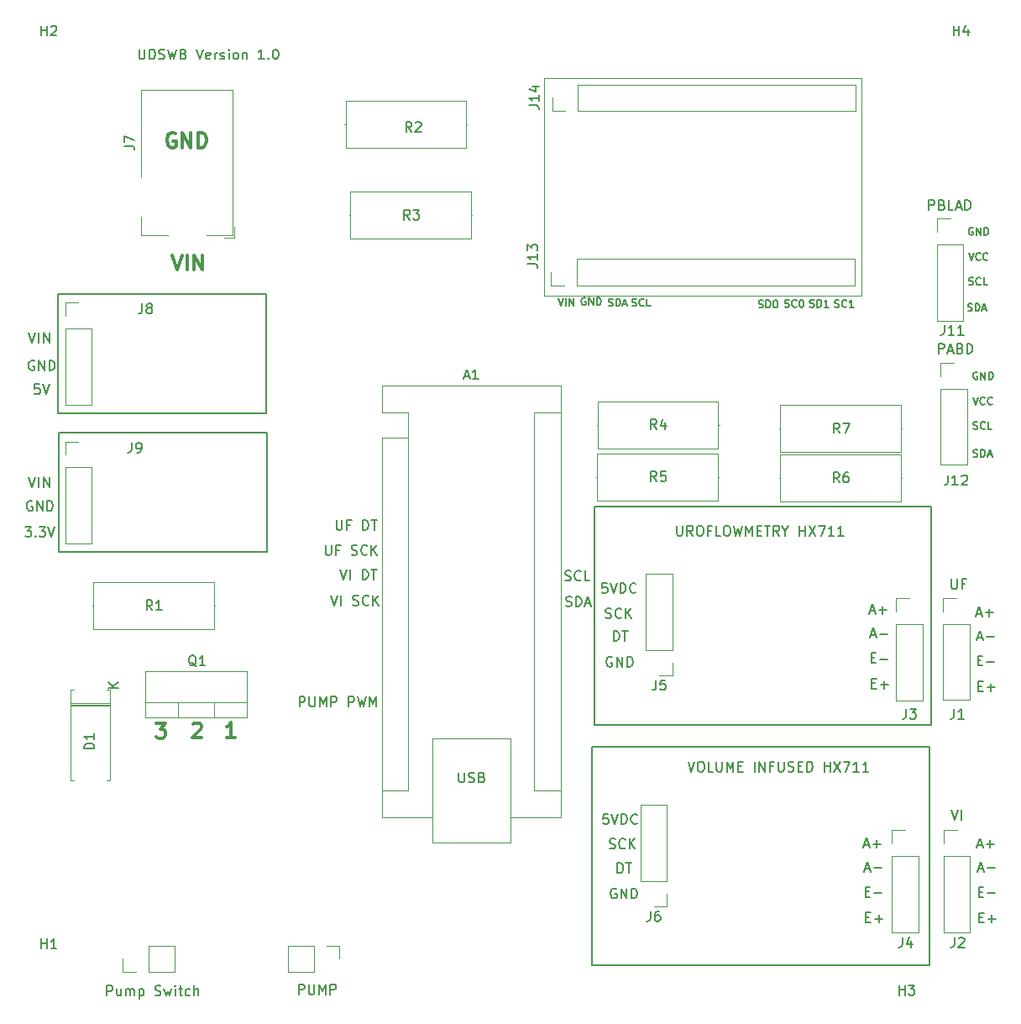
<source format=gbr>
%TF.GenerationSoftware,KiCad,Pcbnew,(6.0.9)*%
%TF.CreationDate,2023-05-30T21:41:48+01:00*%
%TF.ProjectId,UDSWB_MAINBOARD,55445357-425f-44d4-9149-4e424f415244,rev?*%
%TF.SameCoordinates,Original*%
%TF.FileFunction,Legend,Top*%
%TF.FilePolarity,Positive*%
%FSLAX46Y46*%
G04 Gerber Fmt 4.6, Leading zero omitted, Abs format (unit mm)*
G04 Created by KiCad (PCBNEW (6.0.9)) date 2023-05-30 21:41:48*
%MOMM*%
%LPD*%
G01*
G04 APERTURE LIST*
%ADD10C,0.150000*%
%ADD11C,0.300000*%
%ADD12C,0.100000*%
%ADD13C,0.120000*%
G04 APERTURE END LIST*
D10*
X69294047Y-107377380D02*
X69294047Y-106377380D01*
X69675000Y-106377380D01*
X69770238Y-106425000D01*
X69817857Y-106472619D01*
X69865476Y-106567857D01*
X69865476Y-106710714D01*
X69817857Y-106805952D01*
X69770238Y-106853571D01*
X69675000Y-106901190D01*
X69294047Y-106901190D01*
X70294047Y-106377380D02*
X70294047Y-107186904D01*
X70341666Y-107282142D01*
X70389285Y-107329761D01*
X70484523Y-107377380D01*
X70675000Y-107377380D01*
X70770238Y-107329761D01*
X70817857Y-107282142D01*
X70865476Y-107186904D01*
X70865476Y-106377380D01*
X71341666Y-107377380D02*
X71341666Y-106377380D01*
X71675000Y-107091666D01*
X72008333Y-106377380D01*
X72008333Y-107377380D01*
X72484523Y-107377380D02*
X72484523Y-106377380D01*
X72865476Y-106377380D01*
X72960714Y-106425000D01*
X73008333Y-106472619D01*
X73055952Y-106567857D01*
X73055952Y-106710714D01*
X73008333Y-106805952D01*
X72960714Y-106853571D01*
X72865476Y-106901190D01*
X72484523Y-106901190D01*
X74246428Y-107377380D02*
X74246428Y-106377380D01*
X74627380Y-106377380D01*
X74722619Y-106425000D01*
X74770238Y-106472619D01*
X74817857Y-106567857D01*
X74817857Y-106710714D01*
X74770238Y-106805952D01*
X74722619Y-106853571D01*
X74627380Y-106901190D01*
X74246428Y-106901190D01*
X75151190Y-106377380D02*
X75389285Y-107377380D01*
X75579761Y-106663095D01*
X75770238Y-107377380D01*
X76008333Y-106377380D01*
X76389285Y-107377380D02*
X76389285Y-106377380D01*
X76722619Y-107091666D01*
X77055952Y-106377380D01*
X77055952Y-107377380D01*
X72496428Y-96177380D02*
X72829761Y-97177380D01*
X73163095Y-96177380D01*
X73496428Y-97177380D02*
X73496428Y-96177380D01*
X74686904Y-97129761D02*
X74829761Y-97177380D01*
X75067857Y-97177380D01*
X75163095Y-97129761D01*
X75210714Y-97082142D01*
X75258333Y-96986904D01*
X75258333Y-96891666D01*
X75210714Y-96796428D01*
X75163095Y-96748809D01*
X75067857Y-96701190D01*
X74877380Y-96653571D01*
X74782142Y-96605952D01*
X74734523Y-96558333D01*
X74686904Y-96463095D01*
X74686904Y-96367857D01*
X74734523Y-96272619D01*
X74782142Y-96225000D01*
X74877380Y-96177380D01*
X75115476Y-96177380D01*
X75258333Y-96225000D01*
X76258333Y-97082142D02*
X76210714Y-97129761D01*
X76067857Y-97177380D01*
X75972619Y-97177380D01*
X75829761Y-97129761D01*
X75734523Y-97034523D01*
X75686904Y-96939285D01*
X75639285Y-96748809D01*
X75639285Y-96605952D01*
X75686904Y-96415476D01*
X75734523Y-96320238D01*
X75829761Y-96225000D01*
X75972619Y-96177380D01*
X76067857Y-96177380D01*
X76210714Y-96225000D01*
X76258333Y-96272619D01*
X76686904Y-97177380D02*
X76686904Y-96177380D01*
X77258333Y-97177380D02*
X76829761Y-96605952D01*
X77258333Y-96177380D02*
X76686904Y-96748809D01*
X73416666Y-93552380D02*
X73750000Y-94552380D01*
X74083333Y-93552380D01*
X74416666Y-94552380D02*
X74416666Y-93552380D01*
X75654761Y-94552380D02*
X75654761Y-93552380D01*
X75892857Y-93552380D01*
X76035714Y-93600000D01*
X76130952Y-93695238D01*
X76178571Y-93790476D01*
X76226190Y-93980952D01*
X76226190Y-94123809D01*
X76178571Y-94314285D01*
X76130952Y-94409523D01*
X76035714Y-94504761D01*
X75892857Y-94552380D01*
X75654761Y-94552380D01*
X76511904Y-93552380D02*
X77083333Y-93552380D01*
X76797619Y-94552380D02*
X76797619Y-93552380D01*
X71928571Y-91102380D02*
X71928571Y-91911904D01*
X71976190Y-92007142D01*
X72023809Y-92054761D01*
X72119047Y-92102380D01*
X72309523Y-92102380D01*
X72404761Y-92054761D01*
X72452380Y-92007142D01*
X72500000Y-91911904D01*
X72500000Y-91102380D01*
X73309523Y-91578571D02*
X72976190Y-91578571D01*
X72976190Y-92102380D02*
X72976190Y-91102380D01*
X73452380Y-91102380D01*
X74547619Y-92054761D02*
X74690476Y-92102380D01*
X74928571Y-92102380D01*
X75023809Y-92054761D01*
X75071428Y-92007142D01*
X75119047Y-91911904D01*
X75119047Y-91816666D01*
X75071428Y-91721428D01*
X75023809Y-91673809D01*
X74928571Y-91626190D01*
X74738095Y-91578571D01*
X74642857Y-91530952D01*
X74595238Y-91483333D01*
X74547619Y-91388095D01*
X74547619Y-91292857D01*
X74595238Y-91197619D01*
X74642857Y-91150000D01*
X74738095Y-91102380D01*
X74976190Y-91102380D01*
X75119047Y-91150000D01*
X76119047Y-92007142D02*
X76071428Y-92054761D01*
X75928571Y-92102380D01*
X75833333Y-92102380D01*
X75690476Y-92054761D01*
X75595238Y-91959523D01*
X75547619Y-91864285D01*
X75500000Y-91673809D01*
X75500000Y-91530952D01*
X75547619Y-91340476D01*
X75595238Y-91245238D01*
X75690476Y-91150000D01*
X75833333Y-91102380D01*
X75928571Y-91102380D01*
X76071428Y-91150000D01*
X76119047Y-91197619D01*
X76547619Y-92102380D02*
X76547619Y-91102380D01*
X77119047Y-92102380D02*
X76690476Y-91530952D01*
X77119047Y-91102380D02*
X76547619Y-91673809D01*
X73023809Y-88577380D02*
X73023809Y-89386904D01*
X73071428Y-89482142D01*
X73119047Y-89529761D01*
X73214285Y-89577380D01*
X73404761Y-89577380D01*
X73500000Y-89529761D01*
X73547619Y-89482142D01*
X73595238Y-89386904D01*
X73595238Y-88577380D01*
X74404761Y-89053571D02*
X74071428Y-89053571D01*
X74071428Y-89577380D02*
X74071428Y-88577380D01*
X74547619Y-88577380D01*
X75690476Y-89577380D02*
X75690476Y-88577380D01*
X75928571Y-88577380D01*
X76071428Y-88625000D01*
X76166666Y-88720238D01*
X76214285Y-88815476D01*
X76261904Y-89005952D01*
X76261904Y-89148809D01*
X76214285Y-89339285D01*
X76166666Y-89434523D01*
X76071428Y-89529761D01*
X75928571Y-89577380D01*
X75690476Y-89577380D01*
X76547619Y-88577380D02*
X77119047Y-88577380D01*
X76833333Y-89577380D02*
X76833333Y-88577380D01*
X96160714Y-97229761D02*
X96303571Y-97277380D01*
X96541666Y-97277380D01*
X96636904Y-97229761D01*
X96684523Y-97182142D01*
X96732142Y-97086904D01*
X96732142Y-96991666D01*
X96684523Y-96896428D01*
X96636904Y-96848809D01*
X96541666Y-96801190D01*
X96351190Y-96753571D01*
X96255952Y-96705952D01*
X96208333Y-96658333D01*
X96160714Y-96563095D01*
X96160714Y-96467857D01*
X96208333Y-96372619D01*
X96255952Y-96325000D01*
X96351190Y-96277380D01*
X96589285Y-96277380D01*
X96732142Y-96325000D01*
X97160714Y-97277380D02*
X97160714Y-96277380D01*
X97398809Y-96277380D01*
X97541666Y-96325000D01*
X97636904Y-96420238D01*
X97684523Y-96515476D01*
X97732142Y-96705952D01*
X97732142Y-96848809D01*
X97684523Y-97039285D01*
X97636904Y-97134523D01*
X97541666Y-97229761D01*
X97398809Y-97277380D01*
X97160714Y-97277380D01*
X98113095Y-96991666D02*
X98589285Y-96991666D01*
X98017857Y-97277380D02*
X98351190Y-96277380D01*
X98684523Y-97277380D01*
X96084523Y-94629761D02*
X96227380Y-94677380D01*
X96465476Y-94677380D01*
X96560714Y-94629761D01*
X96608333Y-94582142D01*
X96655952Y-94486904D01*
X96655952Y-94391666D01*
X96608333Y-94296428D01*
X96560714Y-94248809D01*
X96465476Y-94201190D01*
X96275000Y-94153571D01*
X96179761Y-94105952D01*
X96132142Y-94058333D01*
X96084523Y-93963095D01*
X96084523Y-93867857D01*
X96132142Y-93772619D01*
X96179761Y-93725000D01*
X96275000Y-93677380D01*
X96513095Y-93677380D01*
X96655952Y-93725000D01*
X97655952Y-94582142D02*
X97608333Y-94629761D01*
X97465476Y-94677380D01*
X97370238Y-94677380D01*
X97227380Y-94629761D01*
X97132142Y-94534523D01*
X97084523Y-94439285D01*
X97036904Y-94248809D01*
X97036904Y-94105952D01*
X97084523Y-93915476D01*
X97132142Y-93820238D01*
X97227380Y-93725000D01*
X97370238Y-93677380D01*
X97465476Y-93677380D01*
X97608333Y-93725000D01*
X97655952Y-93772619D01*
X98560714Y-94677380D02*
X98084523Y-94677380D01*
X98084523Y-93677380D01*
X53125000Y-41127380D02*
X53125000Y-41936904D01*
X53172619Y-42032142D01*
X53220238Y-42079761D01*
X53315476Y-42127380D01*
X53505952Y-42127380D01*
X53601190Y-42079761D01*
X53648809Y-42032142D01*
X53696428Y-41936904D01*
X53696428Y-41127380D01*
X54172619Y-42127380D02*
X54172619Y-41127380D01*
X54410714Y-41127380D01*
X54553571Y-41175000D01*
X54648809Y-41270238D01*
X54696428Y-41365476D01*
X54744047Y-41555952D01*
X54744047Y-41698809D01*
X54696428Y-41889285D01*
X54648809Y-41984523D01*
X54553571Y-42079761D01*
X54410714Y-42127380D01*
X54172619Y-42127380D01*
X55125000Y-42079761D02*
X55267857Y-42127380D01*
X55505952Y-42127380D01*
X55601190Y-42079761D01*
X55648809Y-42032142D01*
X55696428Y-41936904D01*
X55696428Y-41841666D01*
X55648809Y-41746428D01*
X55601190Y-41698809D01*
X55505952Y-41651190D01*
X55315476Y-41603571D01*
X55220238Y-41555952D01*
X55172619Y-41508333D01*
X55125000Y-41413095D01*
X55125000Y-41317857D01*
X55172619Y-41222619D01*
X55220238Y-41175000D01*
X55315476Y-41127380D01*
X55553571Y-41127380D01*
X55696428Y-41175000D01*
X56029761Y-41127380D02*
X56267857Y-42127380D01*
X56458333Y-41413095D01*
X56648809Y-42127380D01*
X56886904Y-41127380D01*
X57601190Y-41603571D02*
X57744047Y-41651190D01*
X57791666Y-41698809D01*
X57839285Y-41794047D01*
X57839285Y-41936904D01*
X57791666Y-42032142D01*
X57744047Y-42079761D01*
X57648809Y-42127380D01*
X57267857Y-42127380D01*
X57267857Y-41127380D01*
X57601190Y-41127380D01*
X57696428Y-41175000D01*
X57744047Y-41222619D01*
X57791666Y-41317857D01*
X57791666Y-41413095D01*
X57744047Y-41508333D01*
X57696428Y-41555952D01*
X57601190Y-41603571D01*
X57267857Y-41603571D01*
X58886904Y-41127380D02*
X59220238Y-42127380D01*
X59553571Y-41127380D01*
X60267857Y-42079761D02*
X60172619Y-42127380D01*
X59982142Y-42127380D01*
X59886904Y-42079761D01*
X59839285Y-41984523D01*
X59839285Y-41603571D01*
X59886904Y-41508333D01*
X59982142Y-41460714D01*
X60172619Y-41460714D01*
X60267857Y-41508333D01*
X60315476Y-41603571D01*
X60315476Y-41698809D01*
X59839285Y-41794047D01*
X60744047Y-42127380D02*
X60744047Y-41460714D01*
X60744047Y-41651190D02*
X60791666Y-41555952D01*
X60839285Y-41508333D01*
X60934523Y-41460714D01*
X61029761Y-41460714D01*
X61315476Y-42079761D02*
X61410714Y-42127380D01*
X61601190Y-42127380D01*
X61696428Y-42079761D01*
X61744047Y-41984523D01*
X61744047Y-41936904D01*
X61696428Y-41841666D01*
X61601190Y-41794047D01*
X61458333Y-41794047D01*
X61363095Y-41746428D01*
X61315476Y-41651190D01*
X61315476Y-41603571D01*
X61363095Y-41508333D01*
X61458333Y-41460714D01*
X61601190Y-41460714D01*
X61696428Y-41508333D01*
X62172619Y-42127380D02*
X62172619Y-41460714D01*
X62172619Y-41127380D02*
X62125000Y-41175000D01*
X62172619Y-41222619D01*
X62220238Y-41175000D01*
X62172619Y-41127380D01*
X62172619Y-41222619D01*
X62791666Y-42127380D02*
X62696428Y-42079761D01*
X62648809Y-42032142D01*
X62601190Y-41936904D01*
X62601190Y-41651190D01*
X62648809Y-41555952D01*
X62696428Y-41508333D01*
X62791666Y-41460714D01*
X62934523Y-41460714D01*
X63029761Y-41508333D01*
X63077380Y-41555952D01*
X63125000Y-41651190D01*
X63125000Y-41936904D01*
X63077380Y-42032142D01*
X63029761Y-42079761D01*
X62934523Y-42127380D01*
X62791666Y-42127380D01*
X63553571Y-41460714D02*
X63553571Y-42127380D01*
X63553571Y-41555952D02*
X63601190Y-41508333D01*
X63696428Y-41460714D01*
X63839285Y-41460714D01*
X63934523Y-41508333D01*
X63982142Y-41603571D01*
X63982142Y-42127380D01*
X65744047Y-42127380D02*
X65172619Y-42127380D01*
X65458333Y-42127380D02*
X65458333Y-41127380D01*
X65363095Y-41270238D01*
X65267857Y-41365476D01*
X65172619Y-41413095D01*
X66172619Y-42032142D02*
X66220238Y-42079761D01*
X66172619Y-42127380D01*
X66125000Y-42079761D01*
X66172619Y-42032142D01*
X66172619Y-42127380D01*
X66839285Y-41127380D02*
X66934523Y-41127380D01*
X67029761Y-41175000D01*
X67077380Y-41222619D01*
X67125000Y-41317857D01*
X67172619Y-41508333D01*
X67172619Y-41746428D01*
X67125000Y-41936904D01*
X67077380Y-42032142D01*
X67029761Y-42079761D01*
X66934523Y-42127380D01*
X66839285Y-42127380D01*
X66744047Y-42079761D01*
X66696428Y-42032142D01*
X66648809Y-41936904D01*
X66601190Y-41746428D01*
X66601190Y-41508333D01*
X66648809Y-41317857D01*
X66696428Y-41222619D01*
X66744047Y-41175000D01*
X66839285Y-41127380D01*
D11*
X54850000Y-109053571D02*
X55778571Y-109053571D01*
X55278571Y-109625000D01*
X55492857Y-109625000D01*
X55635714Y-109696428D01*
X55707142Y-109767857D01*
X55778571Y-109910714D01*
X55778571Y-110267857D01*
X55707142Y-110410714D01*
X55635714Y-110482142D01*
X55492857Y-110553571D01*
X55064285Y-110553571D01*
X54921428Y-110482142D01*
X54850000Y-110410714D01*
X58546428Y-109171428D02*
X58617857Y-109100000D01*
X58760714Y-109028571D01*
X59117857Y-109028571D01*
X59260714Y-109100000D01*
X59332142Y-109171428D01*
X59403571Y-109314285D01*
X59403571Y-109457142D01*
X59332142Y-109671428D01*
X58475000Y-110528571D01*
X59403571Y-110528571D01*
X62778571Y-110503571D02*
X61921428Y-110503571D01*
X62350000Y-110503571D02*
X62350000Y-109003571D01*
X62207142Y-109217857D01*
X62064285Y-109360714D01*
X61921428Y-109432142D01*
X56782142Y-49600000D02*
X56639285Y-49528571D01*
X56425000Y-49528571D01*
X56210714Y-49600000D01*
X56067857Y-49742857D01*
X55996428Y-49885714D01*
X55925000Y-50171428D01*
X55925000Y-50385714D01*
X55996428Y-50671428D01*
X56067857Y-50814285D01*
X56210714Y-50957142D01*
X56425000Y-51028571D01*
X56567857Y-51028571D01*
X56782142Y-50957142D01*
X56853571Y-50885714D01*
X56853571Y-50385714D01*
X56567857Y-50385714D01*
X57496428Y-51028571D02*
X57496428Y-49528571D01*
X58353571Y-51028571D01*
X58353571Y-49528571D01*
X59067857Y-51028571D02*
X59067857Y-49528571D01*
X59425000Y-49528571D01*
X59639285Y-49600000D01*
X59782142Y-49742857D01*
X59853571Y-49885714D01*
X59925000Y-50171428D01*
X59925000Y-50385714D01*
X59853571Y-50671428D01*
X59782142Y-50814285D01*
X59639285Y-50957142D01*
X59425000Y-51028571D01*
X59067857Y-51028571D01*
X56457142Y-61878571D02*
X56957142Y-63378571D01*
X57457142Y-61878571D01*
X57957142Y-63378571D02*
X57957142Y-61878571D01*
X58671428Y-63378571D02*
X58671428Y-61878571D01*
X59528571Y-63378571D01*
X59528571Y-61878571D01*
D10*
X135053571Y-117752380D02*
X135386904Y-118752380D01*
X135720238Y-117752380D01*
X136053571Y-118752380D02*
X136053571Y-117752380D01*
X135035714Y-94527380D02*
X135035714Y-95336904D01*
X135083333Y-95432142D01*
X135130952Y-95479761D01*
X135226190Y-95527380D01*
X135416666Y-95527380D01*
X135511904Y-95479761D01*
X135559523Y-95432142D01*
X135607142Y-95336904D01*
X135607142Y-94527380D01*
X136416666Y-95003571D02*
X136083333Y-95003571D01*
X136083333Y-95527380D02*
X136083333Y-94527380D01*
X136559523Y-94527380D01*
X133734523Y-71802380D02*
X133734523Y-70802380D01*
X134115476Y-70802380D01*
X134210714Y-70850000D01*
X134258333Y-70897619D01*
X134305952Y-70992857D01*
X134305952Y-71135714D01*
X134258333Y-71230952D01*
X134210714Y-71278571D01*
X134115476Y-71326190D01*
X133734523Y-71326190D01*
X134686904Y-71516666D02*
X135163095Y-71516666D01*
X134591666Y-71802380D02*
X134925000Y-70802380D01*
X135258333Y-71802380D01*
X135925000Y-71278571D02*
X136067857Y-71326190D01*
X136115476Y-71373809D01*
X136163095Y-71469047D01*
X136163095Y-71611904D01*
X136115476Y-71707142D01*
X136067857Y-71754761D01*
X135972619Y-71802380D01*
X135591666Y-71802380D01*
X135591666Y-70802380D01*
X135925000Y-70802380D01*
X136020238Y-70850000D01*
X136067857Y-70897619D01*
X136115476Y-70992857D01*
X136115476Y-71088095D01*
X136067857Y-71183333D01*
X136020238Y-71230952D01*
X135925000Y-71278571D01*
X135591666Y-71278571D01*
X136591666Y-71802380D02*
X136591666Y-70802380D01*
X136829761Y-70802380D01*
X136972619Y-70850000D01*
X137067857Y-70945238D01*
X137115476Y-71040476D01*
X137163095Y-71230952D01*
X137163095Y-71373809D01*
X137115476Y-71564285D01*
X137067857Y-71659523D01*
X136972619Y-71754761D01*
X136829761Y-71802380D01*
X136591666Y-71802380D01*
X132754761Y-57327380D02*
X132754761Y-56327380D01*
X133135714Y-56327380D01*
X133230952Y-56375000D01*
X133278571Y-56422619D01*
X133326190Y-56517857D01*
X133326190Y-56660714D01*
X133278571Y-56755952D01*
X133230952Y-56803571D01*
X133135714Y-56851190D01*
X132754761Y-56851190D01*
X134088095Y-56803571D02*
X134230952Y-56851190D01*
X134278571Y-56898809D01*
X134326190Y-56994047D01*
X134326190Y-57136904D01*
X134278571Y-57232142D01*
X134230952Y-57279761D01*
X134135714Y-57327380D01*
X133754761Y-57327380D01*
X133754761Y-56327380D01*
X134088095Y-56327380D01*
X134183333Y-56375000D01*
X134230952Y-56422619D01*
X134278571Y-56517857D01*
X134278571Y-56613095D01*
X134230952Y-56708333D01*
X134183333Y-56755952D01*
X134088095Y-56803571D01*
X133754761Y-56803571D01*
X135230952Y-57327380D02*
X134754761Y-57327380D01*
X134754761Y-56327380D01*
X135516666Y-57041666D02*
X135992857Y-57041666D01*
X135421428Y-57327380D02*
X135754761Y-56327380D01*
X136088095Y-57327380D01*
X136421428Y-57327380D02*
X136421428Y-56327380D01*
X136659523Y-56327380D01*
X136802380Y-56375000D01*
X136897619Y-56470238D01*
X136945238Y-56565476D01*
X136992857Y-56755952D01*
X136992857Y-56898809D01*
X136945238Y-57089285D01*
X136897619Y-57184523D01*
X136802380Y-57279761D01*
X136659523Y-57327380D01*
X136421428Y-57327380D01*
X137239285Y-82178571D02*
X137346428Y-82214285D01*
X137525000Y-82214285D01*
X137596428Y-82178571D01*
X137632142Y-82142857D01*
X137667857Y-82071428D01*
X137667857Y-82000000D01*
X137632142Y-81928571D01*
X137596428Y-81892857D01*
X137525000Y-81857142D01*
X137382142Y-81821428D01*
X137310714Y-81785714D01*
X137275000Y-81750000D01*
X137239285Y-81678571D01*
X137239285Y-81607142D01*
X137275000Y-81535714D01*
X137310714Y-81500000D01*
X137382142Y-81464285D01*
X137560714Y-81464285D01*
X137667857Y-81500000D01*
X137989285Y-82214285D02*
X137989285Y-81464285D01*
X138167857Y-81464285D01*
X138275000Y-81500000D01*
X138346428Y-81571428D01*
X138382142Y-81642857D01*
X138417857Y-81785714D01*
X138417857Y-81892857D01*
X138382142Y-82035714D01*
X138346428Y-82107142D01*
X138275000Y-82178571D01*
X138167857Y-82214285D01*
X137989285Y-82214285D01*
X138703571Y-82000000D02*
X139060714Y-82000000D01*
X138632142Y-82214285D02*
X138882142Y-81464285D01*
X139132142Y-82214285D01*
X137653571Y-73675000D02*
X137582142Y-73639285D01*
X137475000Y-73639285D01*
X137367857Y-73675000D01*
X137296428Y-73746428D01*
X137260714Y-73817857D01*
X137225000Y-73960714D01*
X137225000Y-74067857D01*
X137260714Y-74210714D01*
X137296428Y-74282142D01*
X137367857Y-74353571D01*
X137475000Y-74389285D01*
X137546428Y-74389285D01*
X137653571Y-74353571D01*
X137689285Y-74317857D01*
X137689285Y-74067857D01*
X137546428Y-74067857D01*
X138010714Y-74389285D02*
X138010714Y-73639285D01*
X138439285Y-74389285D01*
X138439285Y-73639285D01*
X138796428Y-74389285D02*
X138796428Y-73639285D01*
X138975000Y-73639285D01*
X139082142Y-73675000D01*
X139153571Y-73746428D01*
X139189285Y-73817857D01*
X139225000Y-73960714D01*
X139225000Y-74067857D01*
X139189285Y-74210714D01*
X139153571Y-74282142D01*
X139082142Y-74353571D01*
X138975000Y-74389285D01*
X138796428Y-74389285D01*
X137225000Y-76189285D02*
X137475000Y-76939285D01*
X137725000Y-76189285D01*
X138403571Y-76867857D02*
X138367857Y-76903571D01*
X138260714Y-76939285D01*
X138189285Y-76939285D01*
X138082142Y-76903571D01*
X138010714Y-76832142D01*
X137975000Y-76760714D01*
X137939285Y-76617857D01*
X137939285Y-76510714D01*
X137975000Y-76367857D01*
X138010714Y-76296428D01*
X138082142Y-76225000D01*
X138189285Y-76189285D01*
X138260714Y-76189285D01*
X138367857Y-76225000D01*
X138403571Y-76260714D01*
X139153571Y-76867857D02*
X139117857Y-76903571D01*
X139010714Y-76939285D01*
X138939285Y-76939285D01*
X138832142Y-76903571D01*
X138760714Y-76832142D01*
X138725000Y-76760714D01*
X138689285Y-76617857D01*
X138689285Y-76510714D01*
X138725000Y-76367857D01*
X138760714Y-76296428D01*
X138832142Y-76225000D01*
X138939285Y-76189285D01*
X139010714Y-76189285D01*
X139117857Y-76225000D01*
X139153571Y-76260714D01*
X137257142Y-79378571D02*
X137364285Y-79414285D01*
X137542857Y-79414285D01*
X137614285Y-79378571D01*
X137650000Y-79342857D01*
X137685714Y-79271428D01*
X137685714Y-79200000D01*
X137650000Y-79128571D01*
X137614285Y-79092857D01*
X137542857Y-79057142D01*
X137400000Y-79021428D01*
X137328571Y-78985714D01*
X137292857Y-78950000D01*
X137257142Y-78878571D01*
X137257142Y-78807142D01*
X137292857Y-78735714D01*
X137328571Y-78700000D01*
X137400000Y-78664285D01*
X137578571Y-78664285D01*
X137685714Y-78700000D01*
X138435714Y-79342857D02*
X138400000Y-79378571D01*
X138292857Y-79414285D01*
X138221428Y-79414285D01*
X138114285Y-79378571D01*
X138042857Y-79307142D01*
X138007142Y-79235714D01*
X137971428Y-79092857D01*
X137971428Y-78985714D01*
X138007142Y-78842857D01*
X138042857Y-78771428D01*
X138114285Y-78700000D01*
X138221428Y-78664285D01*
X138292857Y-78664285D01*
X138400000Y-78700000D01*
X138435714Y-78735714D01*
X139114285Y-79414285D02*
X138757142Y-79414285D01*
X138757142Y-78664285D01*
X136689285Y-67453571D02*
X136796428Y-67489285D01*
X136975000Y-67489285D01*
X137046428Y-67453571D01*
X137082142Y-67417857D01*
X137117857Y-67346428D01*
X137117857Y-67275000D01*
X137082142Y-67203571D01*
X137046428Y-67167857D01*
X136975000Y-67132142D01*
X136832142Y-67096428D01*
X136760714Y-67060714D01*
X136725000Y-67025000D01*
X136689285Y-66953571D01*
X136689285Y-66882142D01*
X136725000Y-66810714D01*
X136760714Y-66775000D01*
X136832142Y-66739285D01*
X137010714Y-66739285D01*
X137117857Y-66775000D01*
X137439285Y-67489285D02*
X137439285Y-66739285D01*
X137617857Y-66739285D01*
X137725000Y-66775000D01*
X137796428Y-66846428D01*
X137832142Y-66917857D01*
X137867857Y-67060714D01*
X137867857Y-67167857D01*
X137832142Y-67310714D01*
X137796428Y-67382142D01*
X137725000Y-67453571D01*
X137617857Y-67489285D01*
X137439285Y-67489285D01*
X138153571Y-67275000D02*
X138510714Y-67275000D01*
X138082142Y-67489285D02*
X138332142Y-66739285D01*
X138582142Y-67489285D01*
X136807142Y-64828571D02*
X136914285Y-64864285D01*
X137092857Y-64864285D01*
X137164285Y-64828571D01*
X137200000Y-64792857D01*
X137235714Y-64721428D01*
X137235714Y-64650000D01*
X137200000Y-64578571D01*
X137164285Y-64542857D01*
X137092857Y-64507142D01*
X136950000Y-64471428D01*
X136878571Y-64435714D01*
X136842857Y-64400000D01*
X136807142Y-64328571D01*
X136807142Y-64257142D01*
X136842857Y-64185714D01*
X136878571Y-64150000D01*
X136950000Y-64114285D01*
X137128571Y-64114285D01*
X137235714Y-64150000D01*
X137985714Y-64792857D02*
X137950000Y-64828571D01*
X137842857Y-64864285D01*
X137771428Y-64864285D01*
X137664285Y-64828571D01*
X137592857Y-64757142D01*
X137557142Y-64685714D01*
X137521428Y-64542857D01*
X137521428Y-64435714D01*
X137557142Y-64292857D01*
X137592857Y-64221428D01*
X137664285Y-64150000D01*
X137771428Y-64114285D01*
X137842857Y-64114285D01*
X137950000Y-64150000D01*
X137985714Y-64185714D01*
X138664285Y-64864285D02*
X138307142Y-64864285D01*
X138307142Y-64114285D01*
X136775000Y-61639285D02*
X137025000Y-62389285D01*
X137275000Y-61639285D01*
X137953571Y-62317857D02*
X137917857Y-62353571D01*
X137810714Y-62389285D01*
X137739285Y-62389285D01*
X137632142Y-62353571D01*
X137560714Y-62282142D01*
X137525000Y-62210714D01*
X137489285Y-62067857D01*
X137489285Y-61960714D01*
X137525000Y-61817857D01*
X137560714Y-61746428D01*
X137632142Y-61675000D01*
X137739285Y-61639285D01*
X137810714Y-61639285D01*
X137917857Y-61675000D01*
X137953571Y-61710714D01*
X138703571Y-62317857D02*
X138667857Y-62353571D01*
X138560714Y-62389285D01*
X138489285Y-62389285D01*
X138382142Y-62353571D01*
X138310714Y-62282142D01*
X138275000Y-62210714D01*
X138239285Y-62067857D01*
X138239285Y-61960714D01*
X138275000Y-61817857D01*
X138310714Y-61746428D01*
X138382142Y-61675000D01*
X138489285Y-61639285D01*
X138560714Y-61639285D01*
X138667857Y-61675000D01*
X138703571Y-61710714D01*
X137203571Y-59125000D02*
X137132142Y-59089285D01*
X137025000Y-59089285D01*
X136917857Y-59125000D01*
X136846428Y-59196428D01*
X136810714Y-59267857D01*
X136775000Y-59410714D01*
X136775000Y-59517857D01*
X136810714Y-59660714D01*
X136846428Y-59732142D01*
X136917857Y-59803571D01*
X137025000Y-59839285D01*
X137096428Y-59839285D01*
X137203571Y-59803571D01*
X137239285Y-59767857D01*
X137239285Y-59517857D01*
X137096428Y-59517857D01*
X137560714Y-59839285D02*
X137560714Y-59089285D01*
X137989285Y-59839285D01*
X137989285Y-59089285D01*
X138346428Y-59839285D02*
X138346428Y-59089285D01*
X138525000Y-59089285D01*
X138632142Y-59125000D01*
X138703571Y-59196428D01*
X138739285Y-59267857D01*
X138775000Y-59410714D01*
X138775000Y-59517857D01*
X138739285Y-59660714D01*
X138703571Y-59732142D01*
X138632142Y-59803571D01*
X138525000Y-59839285D01*
X138346428Y-59839285D01*
X123278571Y-67103571D02*
X123385714Y-67139285D01*
X123564285Y-67139285D01*
X123635714Y-67103571D01*
X123671428Y-67067857D01*
X123707142Y-66996428D01*
X123707142Y-66925000D01*
X123671428Y-66853571D01*
X123635714Y-66817857D01*
X123564285Y-66782142D01*
X123421428Y-66746428D01*
X123350000Y-66710714D01*
X123314285Y-66675000D01*
X123278571Y-66603571D01*
X123278571Y-66532142D01*
X123314285Y-66460714D01*
X123350000Y-66425000D01*
X123421428Y-66389285D01*
X123600000Y-66389285D01*
X123707142Y-66425000D01*
X124457142Y-67067857D02*
X124421428Y-67103571D01*
X124314285Y-67139285D01*
X124242857Y-67139285D01*
X124135714Y-67103571D01*
X124064285Y-67032142D01*
X124028571Y-66960714D01*
X123992857Y-66817857D01*
X123992857Y-66710714D01*
X124028571Y-66567857D01*
X124064285Y-66496428D01*
X124135714Y-66425000D01*
X124242857Y-66389285D01*
X124314285Y-66389285D01*
X124421428Y-66425000D01*
X124457142Y-66460714D01*
X125171428Y-67139285D02*
X124742857Y-67139285D01*
X124957142Y-67139285D02*
X124957142Y-66389285D01*
X124885714Y-66496428D01*
X124814285Y-66567857D01*
X124742857Y-66603571D01*
X120753571Y-67078571D02*
X120860714Y-67114285D01*
X121039285Y-67114285D01*
X121110714Y-67078571D01*
X121146428Y-67042857D01*
X121182142Y-66971428D01*
X121182142Y-66900000D01*
X121146428Y-66828571D01*
X121110714Y-66792857D01*
X121039285Y-66757142D01*
X120896428Y-66721428D01*
X120825000Y-66685714D01*
X120789285Y-66650000D01*
X120753571Y-66578571D01*
X120753571Y-66507142D01*
X120789285Y-66435714D01*
X120825000Y-66400000D01*
X120896428Y-66364285D01*
X121075000Y-66364285D01*
X121182142Y-66400000D01*
X121503571Y-67114285D02*
X121503571Y-66364285D01*
X121682142Y-66364285D01*
X121789285Y-66400000D01*
X121860714Y-66471428D01*
X121896428Y-66542857D01*
X121932142Y-66685714D01*
X121932142Y-66792857D01*
X121896428Y-66935714D01*
X121860714Y-67007142D01*
X121789285Y-67078571D01*
X121682142Y-67114285D01*
X121503571Y-67114285D01*
X122646428Y-67114285D02*
X122217857Y-67114285D01*
X122432142Y-67114285D02*
X122432142Y-66364285D01*
X122360714Y-66471428D01*
X122289285Y-66542857D01*
X122217857Y-66578571D01*
X118228571Y-67078571D02*
X118335714Y-67114285D01*
X118514285Y-67114285D01*
X118585714Y-67078571D01*
X118621428Y-67042857D01*
X118657142Y-66971428D01*
X118657142Y-66900000D01*
X118621428Y-66828571D01*
X118585714Y-66792857D01*
X118514285Y-66757142D01*
X118371428Y-66721428D01*
X118300000Y-66685714D01*
X118264285Y-66650000D01*
X118228571Y-66578571D01*
X118228571Y-66507142D01*
X118264285Y-66435714D01*
X118300000Y-66400000D01*
X118371428Y-66364285D01*
X118550000Y-66364285D01*
X118657142Y-66400000D01*
X119407142Y-67042857D02*
X119371428Y-67078571D01*
X119264285Y-67114285D01*
X119192857Y-67114285D01*
X119085714Y-67078571D01*
X119014285Y-67007142D01*
X118978571Y-66935714D01*
X118942857Y-66792857D01*
X118942857Y-66685714D01*
X118978571Y-66542857D01*
X119014285Y-66471428D01*
X119085714Y-66400000D01*
X119192857Y-66364285D01*
X119264285Y-66364285D01*
X119371428Y-66400000D01*
X119407142Y-66435714D01*
X119871428Y-66364285D02*
X119942857Y-66364285D01*
X120014285Y-66400000D01*
X120050000Y-66435714D01*
X120085714Y-66507142D01*
X120121428Y-66650000D01*
X120121428Y-66828571D01*
X120085714Y-66971428D01*
X120050000Y-67042857D01*
X120014285Y-67078571D01*
X119942857Y-67114285D01*
X119871428Y-67114285D01*
X119800000Y-67078571D01*
X119764285Y-67042857D01*
X119728571Y-66971428D01*
X119692857Y-66828571D01*
X119692857Y-66650000D01*
X119728571Y-66507142D01*
X119764285Y-66435714D01*
X119800000Y-66400000D01*
X119871428Y-66364285D01*
X115603571Y-67128571D02*
X115710714Y-67164285D01*
X115889285Y-67164285D01*
X115960714Y-67128571D01*
X115996428Y-67092857D01*
X116032142Y-67021428D01*
X116032142Y-66950000D01*
X115996428Y-66878571D01*
X115960714Y-66842857D01*
X115889285Y-66807142D01*
X115746428Y-66771428D01*
X115675000Y-66735714D01*
X115639285Y-66700000D01*
X115603571Y-66628571D01*
X115603571Y-66557142D01*
X115639285Y-66485714D01*
X115675000Y-66450000D01*
X115746428Y-66414285D01*
X115925000Y-66414285D01*
X116032142Y-66450000D01*
X116353571Y-67164285D02*
X116353571Y-66414285D01*
X116532142Y-66414285D01*
X116639285Y-66450000D01*
X116710714Y-66521428D01*
X116746428Y-66592857D01*
X116782142Y-66735714D01*
X116782142Y-66842857D01*
X116746428Y-66985714D01*
X116710714Y-67057142D01*
X116639285Y-67128571D01*
X116532142Y-67164285D01*
X116353571Y-67164285D01*
X117246428Y-66414285D02*
X117317857Y-66414285D01*
X117389285Y-66450000D01*
X117425000Y-66485714D01*
X117460714Y-66557142D01*
X117496428Y-66700000D01*
X117496428Y-66878571D01*
X117460714Y-67021428D01*
X117425000Y-67092857D01*
X117389285Y-67128571D01*
X117317857Y-67164285D01*
X117246428Y-67164285D01*
X117175000Y-67128571D01*
X117139285Y-67092857D01*
X117103571Y-67021428D01*
X117067857Y-66878571D01*
X117067857Y-66700000D01*
X117103571Y-66557142D01*
X117139285Y-66485714D01*
X117175000Y-66450000D01*
X117246428Y-66414285D01*
X102832142Y-66978571D02*
X102939285Y-67014285D01*
X103117857Y-67014285D01*
X103189285Y-66978571D01*
X103225000Y-66942857D01*
X103260714Y-66871428D01*
X103260714Y-66800000D01*
X103225000Y-66728571D01*
X103189285Y-66692857D01*
X103117857Y-66657142D01*
X102975000Y-66621428D01*
X102903571Y-66585714D01*
X102867857Y-66550000D01*
X102832142Y-66478571D01*
X102832142Y-66407142D01*
X102867857Y-66335714D01*
X102903571Y-66300000D01*
X102975000Y-66264285D01*
X103153571Y-66264285D01*
X103260714Y-66300000D01*
X104010714Y-66942857D02*
X103975000Y-66978571D01*
X103867857Y-67014285D01*
X103796428Y-67014285D01*
X103689285Y-66978571D01*
X103617857Y-66907142D01*
X103582142Y-66835714D01*
X103546428Y-66692857D01*
X103546428Y-66585714D01*
X103582142Y-66442857D01*
X103617857Y-66371428D01*
X103689285Y-66300000D01*
X103796428Y-66264285D01*
X103867857Y-66264285D01*
X103975000Y-66300000D01*
X104010714Y-66335714D01*
X104689285Y-67014285D02*
X104332142Y-67014285D01*
X104332142Y-66264285D01*
X100466500Y-66975308D02*
X100573643Y-67011022D01*
X100752215Y-67011022D01*
X100823643Y-66975308D01*
X100859357Y-66939594D01*
X100895072Y-66868165D01*
X100895072Y-66796737D01*
X100859357Y-66725308D01*
X100823643Y-66689594D01*
X100752215Y-66653879D01*
X100609357Y-66618165D01*
X100537929Y-66582451D01*
X100502215Y-66546737D01*
X100466500Y-66475308D01*
X100466500Y-66403879D01*
X100502215Y-66332451D01*
X100537929Y-66296737D01*
X100609357Y-66261022D01*
X100787929Y-66261022D01*
X100895072Y-66296737D01*
X101216500Y-67011022D02*
X101216500Y-66261022D01*
X101395072Y-66261022D01*
X101502215Y-66296737D01*
X101573643Y-66368165D01*
X101609357Y-66439594D01*
X101645072Y-66582451D01*
X101645072Y-66689594D01*
X101609357Y-66832451D01*
X101573643Y-66903879D01*
X101502215Y-66975308D01*
X101395072Y-67011022D01*
X101216500Y-67011022D01*
X101930786Y-66796737D02*
X102287929Y-66796737D01*
X101859357Y-67011022D02*
X102109357Y-66261022D01*
X102359357Y-67011022D01*
X98130786Y-66196737D02*
X98059357Y-66161022D01*
X97952215Y-66161022D01*
X97845072Y-66196737D01*
X97773643Y-66268165D01*
X97737929Y-66339594D01*
X97702215Y-66482451D01*
X97702215Y-66589594D01*
X97737929Y-66732451D01*
X97773643Y-66803879D01*
X97845072Y-66875308D01*
X97952215Y-66911022D01*
X98023643Y-66911022D01*
X98130786Y-66875308D01*
X98166500Y-66839594D01*
X98166500Y-66589594D01*
X98023643Y-66589594D01*
X98487929Y-66911022D02*
X98487929Y-66161022D01*
X98916500Y-66911022D01*
X98916500Y-66161022D01*
X99273643Y-66911022D02*
X99273643Y-66161022D01*
X99452215Y-66161022D01*
X99559357Y-66196737D01*
X99630786Y-66268165D01*
X99666500Y-66339594D01*
X99702215Y-66482451D01*
X99702215Y-66589594D01*
X99666500Y-66732451D01*
X99630786Y-66803879D01*
X99559357Y-66875308D01*
X99452215Y-66911022D01*
X99273643Y-66911022D01*
X95380786Y-66236022D02*
X95630786Y-66986022D01*
X95880786Y-66236022D01*
X96130786Y-66986022D02*
X96130786Y-66236022D01*
X96487929Y-66986022D02*
X96487929Y-66236022D01*
X96916500Y-66986022D01*
X96916500Y-66236022D01*
X137667857Y-121341666D02*
X138144047Y-121341666D01*
X137572619Y-121627380D02*
X137905952Y-120627380D01*
X138239285Y-121627380D01*
X138572619Y-121246428D02*
X139334523Y-121246428D01*
X138953571Y-121627380D02*
X138953571Y-120865476D01*
X137791666Y-126053571D02*
X138125000Y-126053571D01*
X138267857Y-126577380D02*
X137791666Y-126577380D01*
X137791666Y-125577380D01*
X138267857Y-125577380D01*
X138696428Y-126196428D02*
X139458333Y-126196428D01*
X137841666Y-128628571D02*
X138175000Y-128628571D01*
X138317857Y-129152380D02*
X137841666Y-129152380D01*
X137841666Y-128152380D01*
X138317857Y-128152380D01*
X138746428Y-128771428D02*
X139508333Y-128771428D01*
X139127380Y-129152380D02*
X139127380Y-128390476D01*
X137767857Y-123741666D02*
X138244047Y-123741666D01*
X137672619Y-124027380D02*
X138005952Y-123027380D01*
X138339285Y-124027380D01*
X138672619Y-123646428D02*
X139434523Y-123646428D01*
X137567857Y-98016666D02*
X138044047Y-98016666D01*
X137472619Y-98302380D02*
X137805952Y-97302380D01*
X138139285Y-98302380D01*
X138472619Y-97921428D02*
X139234523Y-97921428D01*
X138853571Y-98302380D02*
X138853571Y-97540476D01*
X137691666Y-102728571D02*
X138025000Y-102728571D01*
X138167857Y-103252380D02*
X137691666Y-103252380D01*
X137691666Y-102252380D01*
X138167857Y-102252380D01*
X138596428Y-102871428D02*
X139358333Y-102871428D01*
X137741666Y-105303571D02*
X138075000Y-105303571D01*
X138217857Y-105827380D02*
X137741666Y-105827380D01*
X137741666Y-104827380D01*
X138217857Y-104827380D01*
X138646428Y-105446428D02*
X139408333Y-105446428D01*
X139027380Y-105827380D02*
X139027380Y-105065476D01*
X137667857Y-100416666D02*
X138144047Y-100416666D01*
X137572619Y-100702380D02*
X137905952Y-99702380D01*
X138239285Y-100702380D01*
X138572619Y-100321428D02*
X139334523Y-100321428D01*
X126817857Y-97741666D02*
X127294047Y-97741666D01*
X126722619Y-98027380D02*
X127055952Y-97027380D01*
X127389285Y-98027380D01*
X127722619Y-97646428D02*
X128484523Y-97646428D01*
X128103571Y-98027380D02*
X128103571Y-97265476D01*
X126941666Y-102453571D02*
X127275000Y-102453571D01*
X127417857Y-102977380D02*
X126941666Y-102977380D01*
X126941666Y-101977380D01*
X127417857Y-101977380D01*
X127846428Y-102596428D02*
X128608333Y-102596428D01*
X126991666Y-105028571D02*
X127325000Y-105028571D01*
X127467857Y-105552380D02*
X126991666Y-105552380D01*
X126991666Y-104552380D01*
X127467857Y-104552380D01*
X127896428Y-105171428D02*
X128658333Y-105171428D01*
X128277380Y-105552380D02*
X128277380Y-104790476D01*
X126917857Y-100141666D02*
X127394047Y-100141666D01*
X126822619Y-100427380D02*
X127155952Y-99427380D01*
X127489285Y-100427380D01*
X127822619Y-100046428D02*
X128584523Y-100046428D01*
X126416666Y-128603571D02*
X126750000Y-128603571D01*
X126892857Y-129127380D02*
X126416666Y-129127380D01*
X126416666Y-128127380D01*
X126892857Y-128127380D01*
X127321428Y-128746428D02*
X128083333Y-128746428D01*
X127702380Y-129127380D02*
X127702380Y-128365476D01*
X126366666Y-126028571D02*
X126700000Y-126028571D01*
X126842857Y-126552380D02*
X126366666Y-126552380D01*
X126366666Y-125552380D01*
X126842857Y-125552380D01*
X127271428Y-126171428D02*
X128033333Y-126171428D01*
X126342857Y-123716666D02*
X126819047Y-123716666D01*
X126247619Y-124002380D02*
X126580952Y-123002380D01*
X126914285Y-124002380D01*
X127247619Y-123621428D02*
X128009523Y-123621428D01*
X126242857Y-121316666D02*
X126719047Y-121316666D01*
X126147619Y-121602380D02*
X126480952Y-120602380D01*
X126814285Y-121602380D01*
X127147619Y-121221428D02*
X127909523Y-121221428D01*
X127528571Y-121602380D02*
X127528571Y-120840476D01*
X107344047Y-89152380D02*
X107344047Y-89961904D01*
X107391666Y-90057142D01*
X107439285Y-90104761D01*
X107534523Y-90152380D01*
X107724999Y-90152380D01*
X107820238Y-90104761D01*
X107867857Y-90057142D01*
X107915476Y-89961904D01*
X107915476Y-89152380D01*
X108963095Y-90152380D02*
X108629761Y-89676190D01*
X108391666Y-90152380D02*
X108391666Y-89152380D01*
X108772619Y-89152380D01*
X108867857Y-89200000D01*
X108915476Y-89247619D01*
X108963095Y-89342857D01*
X108963095Y-89485714D01*
X108915476Y-89580952D01*
X108867857Y-89628571D01*
X108772619Y-89676190D01*
X108391666Y-89676190D01*
X109582142Y-89152380D02*
X109772619Y-89152380D01*
X109867857Y-89200000D01*
X109963095Y-89295238D01*
X110010714Y-89485714D01*
X110010714Y-89819047D01*
X109963095Y-90009523D01*
X109867857Y-90104761D01*
X109772619Y-90152380D01*
X109582142Y-90152380D01*
X109486904Y-90104761D01*
X109391666Y-90009523D01*
X109344047Y-89819047D01*
X109344047Y-89485714D01*
X109391666Y-89295238D01*
X109486904Y-89200000D01*
X109582142Y-89152380D01*
X110772619Y-89628571D02*
X110439285Y-89628571D01*
X110439285Y-90152380D02*
X110439285Y-89152380D01*
X110915476Y-89152380D01*
X111772619Y-90152380D02*
X111296428Y-90152380D01*
X111296428Y-89152380D01*
X112296428Y-89152380D02*
X112486904Y-89152380D01*
X112582142Y-89200000D01*
X112677380Y-89295238D01*
X112724999Y-89485714D01*
X112724999Y-89819047D01*
X112677380Y-90009523D01*
X112582142Y-90104761D01*
X112486904Y-90152380D01*
X112296428Y-90152380D01*
X112201190Y-90104761D01*
X112105952Y-90009523D01*
X112058333Y-89819047D01*
X112058333Y-89485714D01*
X112105952Y-89295238D01*
X112201190Y-89200000D01*
X112296428Y-89152380D01*
X113058333Y-89152380D02*
X113296428Y-90152380D01*
X113486904Y-89438095D01*
X113677380Y-90152380D01*
X113915476Y-89152380D01*
X114296428Y-90152380D02*
X114296428Y-89152380D01*
X114629761Y-89866666D01*
X114963095Y-89152380D01*
X114963095Y-90152380D01*
X115439285Y-89628571D02*
X115772619Y-89628571D01*
X115915476Y-90152380D02*
X115439285Y-90152380D01*
X115439285Y-89152380D01*
X115915476Y-89152380D01*
X116201190Y-89152380D02*
X116772619Y-89152380D01*
X116486904Y-90152380D02*
X116486904Y-89152380D01*
X117677380Y-90152380D02*
X117344047Y-89676190D01*
X117105952Y-90152380D02*
X117105952Y-89152380D01*
X117486904Y-89152380D01*
X117582142Y-89200000D01*
X117629761Y-89247619D01*
X117677380Y-89342857D01*
X117677380Y-89485714D01*
X117629761Y-89580952D01*
X117582142Y-89628571D01*
X117486904Y-89676190D01*
X117105952Y-89676190D01*
X118296428Y-89676190D02*
X118296428Y-90152380D01*
X117963095Y-89152380D02*
X118296428Y-89676190D01*
X118629761Y-89152380D01*
X119724999Y-90152380D02*
X119724999Y-89152380D01*
X119724999Y-89628571D02*
X120296428Y-89628571D01*
X120296428Y-90152380D02*
X120296428Y-89152380D01*
X120677380Y-89152380D02*
X121344047Y-90152380D01*
X121344047Y-89152380D02*
X120677380Y-90152380D01*
X121629761Y-89152380D02*
X122296428Y-89152380D01*
X121867857Y-90152380D01*
X123201190Y-90152380D02*
X122629761Y-90152380D01*
X122915476Y-90152380D02*
X122915476Y-89152380D01*
X122820238Y-89295238D01*
X122724999Y-89390476D01*
X122629761Y-89438095D01*
X124153571Y-90152380D02*
X123582142Y-90152380D01*
X123867857Y-90152380D02*
X123867857Y-89152380D01*
X123772619Y-89295238D01*
X123677380Y-89390476D01*
X123582142Y-89438095D01*
X100309523Y-94927380D02*
X99833333Y-94927380D01*
X99785714Y-95403571D01*
X99833333Y-95355952D01*
X99928571Y-95308333D01*
X100166666Y-95308333D01*
X100261904Y-95355952D01*
X100309523Y-95403571D01*
X100357142Y-95498809D01*
X100357142Y-95736904D01*
X100309523Y-95832142D01*
X100261904Y-95879761D01*
X100166666Y-95927380D01*
X99928571Y-95927380D01*
X99833333Y-95879761D01*
X99785714Y-95832142D01*
X100642857Y-94927380D02*
X100976190Y-95927380D01*
X101309523Y-94927380D01*
X101642857Y-95927380D02*
X101642857Y-94927380D01*
X101880952Y-94927380D01*
X102023809Y-94975000D01*
X102119047Y-95070238D01*
X102166666Y-95165476D01*
X102214285Y-95355952D01*
X102214285Y-95498809D01*
X102166666Y-95689285D01*
X102119047Y-95784523D01*
X102023809Y-95879761D01*
X101880952Y-95927380D01*
X101642857Y-95927380D01*
X103214285Y-95832142D02*
X103166666Y-95879761D01*
X103023809Y-95927380D01*
X102928571Y-95927380D01*
X102785714Y-95879761D01*
X102690476Y-95784523D01*
X102642857Y-95689285D01*
X102595238Y-95498809D01*
X102595238Y-95355952D01*
X102642857Y-95165476D01*
X102690476Y-95070238D01*
X102785714Y-94975000D01*
X102928571Y-94927380D01*
X103023809Y-94927380D01*
X103166666Y-94975000D01*
X103214285Y-95022619D01*
X100164285Y-98429761D02*
X100307142Y-98477380D01*
X100545238Y-98477380D01*
X100640476Y-98429761D01*
X100688095Y-98382142D01*
X100735714Y-98286904D01*
X100735714Y-98191666D01*
X100688095Y-98096428D01*
X100640476Y-98048809D01*
X100545238Y-98001190D01*
X100354761Y-97953571D01*
X100259523Y-97905952D01*
X100211904Y-97858333D01*
X100164285Y-97763095D01*
X100164285Y-97667857D01*
X100211904Y-97572619D01*
X100259523Y-97525000D01*
X100354761Y-97477380D01*
X100592857Y-97477380D01*
X100735714Y-97525000D01*
X101735714Y-98382142D02*
X101688095Y-98429761D01*
X101545238Y-98477380D01*
X101450000Y-98477380D01*
X101307142Y-98429761D01*
X101211904Y-98334523D01*
X101164285Y-98239285D01*
X101116666Y-98048809D01*
X101116666Y-97905952D01*
X101164285Y-97715476D01*
X101211904Y-97620238D01*
X101307142Y-97525000D01*
X101450000Y-97477380D01*
X101545238Y-97477380D01*
X101688095Y-97525000D01*
X101735714Y-97572619D01*
X102164285Y-98477380D02*
X102164285Y-97477380D01*
X102735714Y-98477380D02*
X102307142Y-97905952D01*
X102735714Y-97477380D02*
X102164285Y-98048809D01*
X100982142Y-100752380D02*
X100982142Y-99752380D01*
X101220238Y-99752380D01*
X101363095Y-99800000D01*
X101458333Y-99895238D01*
X101505952Y-99990476D01*
X101553571Y-100180952D01*
X101553571Y-100323809D01*
X101505952Y-100514285D01*
X101458333Y-100609523D01*
X101363095Y-100704761D01*
X101220238Y-100752380D01*
X100982142Y-100752380D01*
X101839285Y-99752380D02*
X102410714Y-99752380D01*
X102125000Y-100752380D02*
X102125000Y-99752380D01*
X100813095Y-102400000D02*
X100717857Y-102352380D01*
X100575000Y-102352380D01*
X100432142Y-102400000D01*
X100336904Y-102495238D01*
X100289285Y-102590476D01*
X100241666Y-102780952D01*
X100241666Y-102923809D01*
X100289285Y-103114285D01*
X100336904Y-103209523D01*
X100432142Y-103304761D01*
X100575000Y-103352380D01*
X100670238Y-103352380D01*
X100813095Y-103304761D01*
X100860714Y-103257142D01*
X100860714Y-102923809D01*
X100670238Y-102923809D01*
X101289285Y-103352380D02*
X101289285Y-102352380D01*
X101860714Y-103352380D01*
X101860714Y-102352380D01*
X102336904Y-103352380D02*
X102336904Y-102352380D01*
X102575000Y-102352380D01*
X102717857Y-102400000D01*
X102813095Y-102495238D01*
X102860714Y-102590476D01*
X102908333Y-102780952D01*
X102908333Y-102923809D01*
X102860714Y-103114285D01*
X102813095Y-103209523D01*
X102717857Y-103304761D01*
X102575000Y-103352380D01*
X102336904Y-103352380D01*
X100434523Y-118222380D02*
X99958333Y-118222380D01*
X99910714Y-118698571D01*
X99958333Y-118650952D01*
X100053571Y-118603333D01*
X100291666Y-118603333D01*
X100386904Y-118650952D01*
X100434523Y-118698571D01*
X100482142Y-118793809D01*
X100482142Y-119031904D01*
X100434523Y-119127142D01*
X100386904Y-119174761D01*
X100291666Y-119222380D01*
X100053571Y-119222380D01*
X99958333Y-119174761D01*
X99910714Y-119127142D01*
X100767857Y-118222380D02*
X101101190Y-119222380D01*
X101434523Y-118222380D01*
X101767857Y-119222380D02*
X101767857Y-118222380D01*
X102005952Y-118222380D01*
X102148809Y-118270000D01*
X102244047Y-118365238D01*
X102291666Y-118460476D01*
X102339285Y-118650952D01*
X102339285Y-118793809D01*
X102291666Y-118984285D01*
X102244047Y-119079523D01*
X102148809Y-119174761D01*
X102005952Y-119222380D01*
X101767857Y-119222380D01*
X103339285Y-119127142D02*
X103291666Y-119174761D01*
X103148809Y-119222380D01*
X103053571Y-119222380D01*
X102910714Y-119174761D01*
X102815476Y-119079523D01*
X102767857Y-118984285D01*
X102720238Y-118793809D01*
X102720238Y-118650952D01*
X102767857Y-118460476D01*
X102815476Y-118365238D01*
X102910714Y-118270000D01*
X103053571Y-118222380D01*
X103148809Y-118222380D01*
X103291666Y-118270000D01*
X103339285Y-118317619D01*
X100564285Y-121649761D02*
X100707142Y-121697380D01*
X100945238Y-121697380D01*
X101040476Y-121649761D01*
X101088095Y-121602142D01*
X101135714Y-121506904D01*
X101135714Y-121411666D01*
X101088095Y-121316428D01*
X101040476Y-121268809D01*
X100945238Y-121221190D01*
X100754761Y-121173571D01*
X100659523Y-121125952D01*
X100611904Y-121078333D01*
X100564285Y-120983095D01*
X100564285Y-120887857D01*
X100611904Y-120792619D01*
X100659523Y-120745000D01*
X100754761Y-120697380D01*
X100992857Y-120697380D01*
X101135714Y-120745000D01*
X102135714Y-121602142D02*
X102088095Y-121649761D01*
X101945238Y-121697380D01*
X101850000Y-121697380D01*
X101707142Y-121649761D01*
X101611904Y-121554523D01*
X101564285Y-121459285D01*
X101516666Y-121268809D01*
X101516666Y-121125952D01*
X101564285Y-120935476D01*
X101611904Y-120840238D01*
X101707142Y-120745000D01*
X101850000Y-120697380D01*
X101945238Y-120697380D01*
X102088095Y-120745000D01*
X102135714Y-120792619D01*
X102564285Y-121697380D02*
X102564285Y-120697380D01*
X103135714Y-121697380D02*
X102707142Y-121125952D01*
X103135714Y-120697380D02*
X102564285Y-121268809D01*
X101357142Y-124147380D02*
X101357142Y-123147380D01*
X101595238Y-123147380D01*
X101738095Y-123195000D01*
X101833333Y-123290238D01*
X101880952Y-123385476D01*
X101928571Y-123575952D01*
X101928571Y-123718809D01*
X101880952Y-123909285D01*
X101833333Y-124004523D01*
X101738095Y-124099761D01*
X101595238Y-124147380D01*
X101357142Y-124147380D01*
X102214285Y-123147380D02*
X102785714Y-123147380D01*
X102500000Y-124147380D02*
X102500000Y-123147380D01*
X108482142Y-112927380D02*
X108815476Y-113927380D01*
X109148809Y-112927380D01*
X109672619Y-112927380D02*
X109863095Y-112927380D01*
X109958333Y-112975000D01*
X110053571Y-113070238D01*
X110101190Y-113260714D01*
X110101190Y-113594047D01*
X110053571Y-113784523D01*
X109958333Y-113879761D01*
X109863095Y-113927380D01*
X109672619Y-113927380D01*
X109577380Y-113879761D01*
X109482142Y-113784523D01*
X109434523Y-113594047D01*
X109434523Y-113260714D01*
X109482142Y-113070238D01*
X109577380Y-112975000D01*
X109672619Y-112927380D01*
X111005952Y-113927380D02*
X110529761Y-113927380D01*
X110529761Y-112927380D01*
X111339285Y-112927380D02*
X111339285Y-113736904D01*
X111386904Y-113832142D01*
X111434523Y-113879761D01*
X111529761Y-113927380D01*
X111720238Y-113927380D01*
X111815476Y-113879761D01*
X111863095Y-113832142D01*
X111910714Y-113736904D01*
X111910714Y-112927380D01*
X112386904Y-113927380D02*
X112386904Y-112927380D01*
X112720238Y-113641666D01*
X113053571Y-112927380D01*
X113053571Y-113927380D01*
X113529761Y-113403571D02*
X113863095Y-113403571D01*
X114005952Y-113927380D02*
X113529761Y-113927380D01*
X113529761Y-112927380D01*
X114005952Y-112927380D01*
X115196428Y-113927380D02*
X115196428Y-112927380D01*
X115672619Y-113927380D02*
X115672619Y-112927380D01*
X116244047Y-113927380D01*
X116244047Y-112927380D01*
X117053571Y-113403571D02*
X116720238Y-113403571D01*
X116720238Y-113927380D02*
X116720238Y-112927380D01*
X117196428Y-112927380D01*
X117577380Y-112927380D02*
X117577380Y-113736904D01*
X117625000Y-113832142D01*
X117672619Y-113879761D01*
X117767857Y-113927380D01*
X117958333Y-113927380D01*
X118053571Y-113879761D01*
X118101190Y-113832142D01*
X118148809Y-113736904D01*
X118148809Y-112927380D01*
X118577380Y-113879761D02*
X118720238Y-113927380D01*
X118958333Y-113927380D01*
X119053571Y-113879761D01*
X119101190Y-113832142D01*
X119148809Y-113736904D01*
X119148809Y-113641666D01*
X119101190Y-113546428D01*
X119053571Y-113498809D01*
X118958333Y-113451190D01*
X118767857Y-113403571D01*
X118672619Y-113355952D01*
X118625000Y-113308333D01*
X118577380Y-113213095D01*
X118577380Y-113117857D01*
X118625000Y-113022619D01*
X118672619Y-112975000D01*
X118767857Y-112927380D01*
X119005952Y-112927380D01*
X119148809Y-112975000D01*
X119577380Y-113403571D02*
X119910714Y-113403571D01*
X120053571Y-113927380D02*
X119577380Y-113927380D01*
X119577380Y-112927380D01*
X120053571Y-112927380D01*
X120482142Y-113927380D02*
X120482142Y-112927380D01*
X120720238Y-112927380D01*
X120863095Y-112975000D01*
X120958333Y-113070238D01*
X121005952Y-113165476D01*
X121053571Y-113355952D01*
X121053571Y-113498809D01*
X121005952Y-113689285D01*
X120958333Y-113784523D01*
X120863095Y-113879761D01*
X120720238Y-113927380D01*
X120482142Y-113927380D01*
X122244047Y-113927380D02*
X122244047Y-112927380D01*
X122244047Y-113403571D02*
X122815476Y-113403571D01*
X122815476Y-113927380D02*
X122815476Y-112927380D01*
X123196428Y-112927380D02*
X123863095Y-113927380D01*
X123863095Y-112927380D02*
X123196428Y-113927380D01*
X124148809Y-112927380D02*
X124815476Y-112927380D01*
X124386904Y-113927380D01*
X125720238Y-113927380D02*
X125148809Y-113927380D01*
X125434523Y-113927380D02*
X125434523Y-112927380D01*
X125339285Y-113070238D01*
X125244047Y-113165476D01*
X125148809Y-113213095D01*
X126672619Y-113927380D02*
X126101190Y-113927380D01*
X126386904Y-113927380D02*
X126386904Y-112927380D01*
X126291666Y-113070238D01*
X126196428Y-113165476D01*
X126101190Y-113213095D01*
X101238095Y-125745000D02*
X101142857Y-125697380D01*
X101000000Y-125697380D01*
X100857142Y-125745000D01*
X100761904Y-125840238D01*
X100714285Y-125935476D01*
X100666666Y-126125952D01*
X100666666Y-126268809D01*
X100714285Y-126459285D01*
X100761904Y-126554523D01*
X100857142Y-126649761D01*
X101000000Y-126697380D01*
X101095238Y-126697380D01*
X101238095Y-126649761D01*
X101285714Y-126602142D01*
X101285714Y-126268809D01*
X101095238Y-126268809D01*
X101714285Y-126697380D02*
X101714285Y-125697380D01*
X102285714Y-126697380D01*
X102285714Y-125697380D01*
X102761904Y-126697380D02*
X102761904Y-125697380D01*
X103000000Y-125697380D01*
X103142857Y-125745000D01*
X103238095Y-125840238D01*
X103285714Y-125935476D01*
X103333333Y-126125952D01*
X103333333Y-126268809D01*
X103285714Y-126459285D01*
X103238095Y-126554523D01*
X103142857Y-126649761D01*
X103000000Y-126697380D01*
X102761904Y-126697380D01*
X99000000Y-87200000D02*
X133000000Y-87200000D01*
X133000000Y-87200000D02*
X133000000Y-109200000D01*
X133000000Y-109200000D02*
X99000000Y-109200000D01*
X99000000Y-109200000D02*
X99000000Y-87200000D01*
X98800000Y-111400000D02*
X132800000Y-111400000D01*
X132800000Y-111400000D02*
X132800000Y-133400000D01*
X132800000Y-133400000D02*
X98800000Y-133400000D01*
X98800000Y-133400000D02*
X98800000Y-111400000D01*
D12*
X94000000Y-44000000D02*
X126000000Y-44000000D01*
X126000000Y-44000000D02*
X126000000Y-66000000D01*
X126000000Y-66000000D02*
X94000000Y-66000000D01*
X94000000Y-66000000D02*
X94000000Y-44000000D01*
D10*
X43084523Y-74877380D02*
X42608333Y-74877380D01*
X42560714Y-75353571D01*
X42608333Y-75305952D01*
X42703571Y-75258333D01*
X42941666Y-75258333D01*
X43036904Y-75305952D01*
X43084523Y-75353571D01*
X43132142Y-75448809D01*
X43132142Y-75686904D01*
X43084523Y-75782142D01*
X43036904Y-75829761D01*
X42941666Y-75877380D01*
X42703571Y-75877380D01*
X42608333Y-75829761D01*
X42560714Y-75782142D01*
X43417857Y-74877380D02*
X43751190Y-75877380D01*
X44084523Y-74877380D01*
X41623809Y-89252380D02*
X42242857Y-89252380D01*
X41909523Y-89633333D01*
X42052380Y-89633333D01*
X42147619Y-89680952D01*
X42195238Y-89728571D01*
X42242857Y-89823809D01*
X42242857Y-90061904D01*
X42195238Y-90157142D01*
X42147619Y-90204761D01*
X42052380Y-90252380D01*
X41766666Y-90252380D01*
X41671428Y-90204761D01*
X41623809Y-90157142D01*
X42671428Y-90157142D02*
X42719047Y-90204761D01*
X42671428Y-90252380D01*
X42623809Y-90204761D01*
X42671428Y-90157142D01*
X42671428Y-90252380D01*
X43052380Y-89252380D02*
X43671428Y-89252380D01*
X43338095Y-89633333D01*
X43480952Y-89633333D01*
X43576190Y-89680952D01*
X43623809Y-89728571D01*
X43671428Y-89823809D01*
X43671428Y-90061904D01*
X43623809Y-90157142D01*
X43576190Y-90204761D01*
X43480952Y-90252380D01*
X43195238Y-90252380D01*
X43100000Y-90204761D01*
X43052380Y-90157142D01*
X43957142Y-89252380D02*
X44290476Y-90252380D01*
X44623809Y-89252380D01*
X42004761Y-84252380D02*
X42338095Y-85252380D01*
X42671428Y-84252380D01*
X43004761Y-85252380D02*
X43004761Y-84252380D01*
X43480952Y-85252380D02*
X43480952Y-84252380D01*
X44052380Y-85252380D01*
X44052380Y-84252380D01*
X42004761Y-69677380D02*
X42338095Y-70677380D01*
X42671428Y-69677380D01*
X43004761Y-70677380D02*
X43004761Y-69677380D01*
X43480952Y-70677380D02*
X43480952Y-69677380D01*
X44052380Y-70677380D01*
X44052380Y-69677380D01*
X42538095Y-72525000D02*
X42442857Y-72477380D01*
X42300000Y-72477380D01*
X42157142Y-72525000D01*
X42061904Y-72620238D01*
X42014285Y-72715476D01*
X41966666Y-72905952D01*
X41966666Y-73048809D01*
X42014285Y-73239285D01*
X42061904Y-73334523D01*
X42157142Y-73429761D01*
X42300000Y-73477380D01*
X42395238Y-73477380D01*
X42538095Y-73429761D01*
X42585714Y-73382142D01*
X42585714Y-73048809D01*
X42395238Y-73048809D01*
X43014285Y-73477380D02*
X43014285Y-72477380D01*
X43585714Y-73477380D01*
X43585714Y-72477380D01*
X44061904Y-73477380D02*
X44061904Y-72477380D01*
X44300000Y-72477380D01*
X44442857Y-72525000D01*
X44538095Y-72620238D01*
X44585714Y-72715476D01*
X44633333Y-72905952D01*
X44633333Y-73048809D01*
X44585714Y-73239285D01*
X44538095Y-73334523D01*
X44442857Y-73429761D01*
X44300000Y-73477380D01*
X44061904Y-73477380D01*
X42338095Y-86700000D02*
X42242857Y-86652380D01*
X42100000Y-86652380D01*
X41957142Y-86700000D01*
X41861904Y-86795238D01*
X41814285Y-86890476D01*
X41766666Y-87080952D01*
X41766666Y-87223809D01*
X41814285Y-87414285D01*
X41861904Y-87509523D01*
X41957142Y-87604761D01*
X42100000Y-87652380D01*
X42195238Y-87652380D01*
X42338095Y-87604761D01*
X42385714Y-87557142D01*
X42385714Y-87223809D01*
X42195238Y-87223809D01*
X42814285Y-87652380D02*
X42814285Y-86652380D01*
X43385714Y-87652380D01*
X43385714Y-86652380D01*
X43861904Y-87652380D02*
X43861904Y-86652380D01*
X44100000Y-86652380D01*
X44242857Y-86700000D01*
X44338095Y-86795238D01*
X44385714Y-86890476D01*
X44433333Y-87080952D01*
X44433333Y-87223809D01*
X44385714Y-87414285D01*
X44338095Y-87509523D01*
X44242857Y-87604761D01*
X44100000Y-87652380D01*
X43861904Y-87652380D01*
X44900000Y-65800000D02*
X65900000Y-65800000D01*
X65900000Y-65800000D02*
X65900000Y-77800000D01*
X65900000Y-77800000D02*
X44900000Y-77800000D01*
X44900000Y-77800000D02*
X44900000Y-65800000D01*
X45000000Y-79800000D02*
X66000000Y-79800000D01*
X66000000Y-79800000D02*
X66000000Y-91800000D01*
X66000000Y-91800000D02*
X45000000Y-91800000D01*
X45000000Y-91800000D02*
X45000000Y-79800000D01*
%TO.C,J5*%
X105241666Y-104707380D02*
X105241666Y-105421666D01*
X105194047Y-105564523D01*
X105098809Y-105659761D01*
X104955952Y-105707380D01*
X104860714Y-105707380D01*
X106194047Y-104707380D02*
X105717857Y-104707380D01*
X105670238Y-105183571D01*
X105717857Y-105135952D01*
X105813095Y-105088333D01*
X106051190Y-105088333D01*
X106146428Y-105135952D01*
X106194047Y-105183571D01*
X106241666Y-105278809D01*
X106241666Y-105516904D01*
X106194047Y-105612142D01*
X106146428Y-105659761D01*
X106051190Y-105707380D01*
X105813095Y-105707380D01*
X105717857Y-105659761D01*
X105670238Y-105612142D01*
%TO.C,Pump Switch*%
X49880952Y-136502380D02*
X49880952Y-135502380D01*
X50261904Y-135502380D01*
X50357142Y-135550000D01*
X50404761Y-135597619D01*
X50452380Y-135692857D01*
X50452380Y-135835714D01*
X50404761Y-135930952D01*
X50357142Y-135978571D01*
X50261904Y-136026190D01*
X49880952Y-136026190D01*
X51309523Y-135835714D02*
X51309523Y-136502380D01*
X50880952Y-135835714D02*
X50880952Y-136359523D01*
X50928571Y-136454761D01*
X51023809Y-136502380D01*
X51166666Y-136502380D01*
X51261904Y-136454761D01*
X51309523Y-136407142D01*
X51785714Y-136502380D02*
X51785714Y-135835714D01*
X51785714Y-135930952D02*
X51833333Y-135883333D01*
X51928571Y-135835714D01*
X52071428Y-135835714D01*
X52166666Y-135883333D01*
X52214285Y-135978571D01*
X52214285Y-136502380D01*
X52214285Y-135978571D02*
X52261904Y-135883333D01*
X52357142Y-135835714D01*
X52500000Y-135835714D01*
X52595238Y-135883333D01*
X52642857Y-135978571D01*
X52642857Y-136502380D01*
X53119047Y-135835714D02*
X53119047Y-136835714D01*
X53119047Y-135883333D02*
X53214285Y-135835714D01*
X53404761Y-135835714D01*
X53500000Y-135883333D01*
X53547619Y-135930952D01*
X53595238Y-136026190D01*
X53595238Y-136311904D01*
X53547619Y-136407142D01*
X53500000Y-136454761D01*
X53404761Y-136502380D01*
X53214285Y-136502380D01*
X53119047Y-136454761D01*
X54738095Y-136454761D02*
X54880952Y-136502380D01*
X55119047Y-136502380D01*
X55214285Y-136454761D01*
X55261904Y-136407142D01*
X55309523Y-136311904D01*
X55309523Y-136216666D01*
X55261904Y-136121428D01*
X55214285Y-136073809D01*
X55119047Y-136026190D01*
X54928571Y-135978571D01*
X54833333Y-135930952D01*
X54785714Y-135883333D01*
X54738095Y-135788095D01*
X54738095Y-135692857D01*
X54785714Y-135597619D01*
X54833333Y-135550000D01*
X54928571Y-135502380D01*
X55166666Y-135502380D01*
X55309523Y-135550000D01*
X55642857Y-135835714D02*
X55833333Y-136502380D01*
X56023809Y-136026190D01*
X56214285Y-136502380D01*
X56404761Y-135835714D01*
X56785714Y-136502380D02*
X56785714Y-135835714D01*
X56785714Y-135502380D02*
X56738095Y-135550000D01*
X56785714Y-135597619D01*
X56833333Y-135550000D01*
X56785714Y-135502380D01*
X56785714Y-135597619D01*
X57119047Y-135835714D02*
X57500000Y-135835714D01*
X57261904Y-135502380D02*
X57261904Y-136359523D01*
X57309523Y-136454761D01*
X57404761Y-136502380D01*
X57500000Y-136502380D01*
X58261904Y-136454761D02*
X58166666Y-136502380D01*
X57976190Y-136502380D01*
X57880952Y-136454761D01*
X57833333Y-136407142D01*
X57785714Y-136311904D01*
X57785714Y-136026190D01*
X57833333Y-135930952D01*
X57880952Y-135883333D01*
X57976190Y-135835714D01*
X58166666Y-135835714D01*
X58261904Y-135883333D01*
X58690476Y-136502380D02*
X58690476Y-135502380D01*
X59119047Y-136502380D02*
X59119047Y-135978571D01*
X59071428Y-135883333D01*
X58976190Y-135835714D01*
X58833333Y-135835714D01*
X58738095Y-135883333D01*
X58690476Y-135930952D01*
%TO.C,R7*%
X123758333Y-79802380D02*
X123425000Y-79326190D01*
X123186904Y-79802380D02*
X123186904Y-78802380D01*
X123567857Y-78802380D01*
X123663095Y-78850000D01*
X123710714Y-78897619D01*
X123758333Y-78992857D01*
X123758333Y-79135714D01*
X123710714Y-79230952D01*
X123663095Y-79278571D01*
X123567857Y-79326190D01*
X123186904Y-79326190D01*
X124091666Y-78802380D02*
X124758333Y-78802380D01*
X124329761Y-79802380D01*
%TO.C,R6*%
X123733333Y-84777380D02*
X123400000Y-84301190D01*
X123161904Y-84777380D02*
X123161904Y-83777380D01*
X123542857Y-83777380D01*
X123638095Y-83825000D01*
X123685714Y-83872619D01*
X123733333Y-83967857D01*
X123733333Y-84110714D01*
X123685714Y-84205952D01*
X123638095Y-84253571D01*
X123542857Y-84301190D01*
X123161904Y-84301190D01*
X124590476Y-83777380D02*
X124400000Y-83777380D01*
X124304761Y-83825000D01*
X124257142Y-83872619D01*
X124161904Y-84015476D01*
X124114285Y-84205952D01*
X124114285Y-84586904D01*
X124161904Y-84682142D01*
X124209523Y-84729761D01*
X124304761Y-84777380D01*
X124495238Y-84777380D01*
X124590476Y-84729761D01*
X124638095Y-84682142D01*
X124685714Y-84586904D01*
X124685714Y-84348809D01*
X124638095Y-84253571D01*
X124590476Y-84205952D01*
X124495238Y-84158333D01*
X124304761Y-84158333D01*
X124209523Y-84205952D01*
X124161904Y-84253571D01*
X124114285Y-84348809D01*
%TO.C,R5*%
X105308333Y-84677380D02*
X104975000Y-84201190D01*
X104736904Y-84677380D02*
X104736904Y-83677380D01*
X105117857Y-83677380D01*
X105213095Y-83725000D01*
X105260714Y-83772619D01*
X105308333Y-83867857D01*
X105308333Y-84010714D01*
X105260714Y-84105952D01*
X105213095Y-84153571D01*
X105117857Y-84201190D01*
X104736904Y-84201190D01*
X106213095Y-83677380D02*
X105736904Y-83677380D01*
X105689285Y-84153571D01*
X105736904Y-84105952D01*
X105832142Y-84058333D01*
X106070238Y-84058333D01*
X106165476Y-84105952D01*
X106213095Y-84153571D01*
X106260714Y-84248809D01*
X106260714Y-84486904D01*
X106213095Y-84582142D01*
X106165476Y-84629761D01*
X106070238Y-84677380D01*
X105832142Y-84677380D01*
X105736904Y-84629761D01*
X105689285Y-84582142D01*
%TO.C,R4*%
X105308333Y-79427380D02*
X104975000Y-78951190D01*
X104736904Y-79427380D02*
X104736904Y-78427380D01*
X105117857Y-78427380D01*
X105213095Y-78475000D01*
X105260714Y-78522619D01*
X105308333Y-78617857D01*
X105308333Y-78760714D01*
X105260714Y-78855952D01*
X105213095Y-78903571D01*
X105117857Y-78951190D01*
X104736904Y-78951190D01*
X106165476Y-78760714D02*
X106165476Y-79427380D01*
X105927380Y-78379761D02*
X105689285Y-79094047D01*
X106308333Y-79094047D01*
%TO.C,R3*%
X80433333Y-58302380D02*
X80100000Y-57826190D01*
X79861904Y-58302380D02*
X79861904Y-57302380D01*
X80242857Y-57302380D01*
X80338095Y-57350000D01*
X80385714Y-57397619D01*
X80433333Y-57492857D01*
X80433333Y-57635714D01*
X80385714Y-57730952D01*
X80338095Y-57778571D01*
X80242857Y-57826190D01*
X79861904Y-57826190D01*
X80766666Y-57302380D02*
X81385714Y-57302380D01*
X81052380Y-57683333D01*
X81195238Y-57683333D01*
X81290476Y-57730952D01*
X81338095Y-57778571D01*
X81385714Y-57873809D01*
X81385714Y-58111904D01*
X81338095Y-58207142D01*
X81290476Y-58254761D01*
X81195238Y-58302380D01*
X80909523Y-58302380D01*
X80814285Y-58254761D01*
X80766666Y-58207142D01*
%TO.C,R2*%
X80608333Y-49452380D02*
X80275000Y-48976190D01*
X80036904Y-49452380D02*
X80036904Y-48452380D01*
X80417857Y-48452380D01*
X80513095Y-48500000D01*
X80560714Y-48547619D01*
X80608333Y-48642857D01*
X80608333Y-48785714D01*
X80560714Y-48880952D01*
X80513095Y-48928571D01*
X80417857Y-48976190D01*
X80036904Y-48976190D01*
X80989285Y-48547619D02*
X81036904Y-48500000D01*
X81132142Y-48452380D01*
X81370238Y-48452380D01*
X81465476Y-48500000D01*
X81513095Y-48547619D01*
X81560714Y-48642857D01*
X81560714Y-48738095D01*
X81513095Y-48880952D01*
X80941666Y-49452380D01*
X81560714Y-49452380D01*
%TO.C,R1*%
X54458333Y-97652380D02*
X54125000Y-97176190D01*
X53886904Y-97652380D02*
X53886904Y-96652380D01*
X54267857Y-96652380D01*
X54363095Y-96700000D01*
X54410714Y-96747619D01*
X54458333Y-96842857D01*
X54458333Y-96985714D01*
X54410714Y-97080952D01*
X54363095Y-97128571D01*
X54267857Y-97176190D01*
X53886904Y-97176190D01*
X55410714Y-97652380D02*
X54839285Y-97652380D01*
X55125000Y-97652380D02*
X55125000Y-96652380D01*
X55029761Y-96795238D01*
X54934523Y-96890476D01*
X54839285Y-96938095D01*
%TO.C,Q1*%
X58879761Y-103322619D02*
X58784523Y-103275000D01*
X58689285Y-103179761D01*
X58546428Y-103036904D01*
X58451190Y-102989285D01*
X58355952Y-102989285D01*
X58403571Y-103227380D02*
X58308333Y-103179761D01*
X58213095Y-103084523D01*
X58165476Y-102894047D01*
X58165476Y-102560714D01*
X58213095Y-102370238D01*
X58308333Y-102275000D01*
X58403571Y-102227380D01*
X58594047Y-102227380D01*
X58689285Y-102275000D01*
X58784523Y-102370238D01*
X58832142Y-102560714D01*
X58832142Y-102894047D01*
X58784523Y-103084523D01*
X58689285Y-103179761D01*
X58594047Y-103227380D01*
X58403571Y-103227380D01*
X59784523Y-103227380D02*
X59213095Y-103227380D01*
X59498809Y-103227380D02*
X59498809Y-102227380D01*
X59403571Y-102370238D01*
X59308333Y-102465476D01*
X59213095Y-102513095D01*
%TO.C,J14*%
X92452380Y-46759523D02*
X93166666Y-46759523D01*
X93309523Y-46807142D01*
X93404761Y-46902380D01*
X93452380Y-47045238D01*
X93452380Y-47140476D01*
X93452380Y-45759523D02*
X93452380Y-46330952D01*
X93452380Y-46045238D02*
X92452380Y-46045238D01*
X92595238Y-46140476D01*
X92690476Y-46235714D01*
X92738095Y-46330952D01*
X92785714Y-44902380D02*
X93452380Y-44902380D01*
X92404761Y-45140476D02*
X93119047Y-45378571D01*
X93119047Y-44759523D01*
%TO.C,J13*%
X92302380Y-62759523D02*
X93016666Y-62759523D01*
X93159523Y-62807142D01*
X93254761Y-62902380D01*
X93302380Y-63045238D01*
X93302380Y-63140476D01*
X93302380Y-61759523D02*
X93302380Y-62330952D01*
X93302380Y-62045238D02*
X92302380Y-62045238D01*
X92445238Y-62140476D01*
X92540476Y-62235714D01*
X92588095Y-62330952D01*
X92302380Y-61426190D02*
X92302380Y-60807142D01*
X92683333Y-61140476D01*
X92683333Y-60997619D01*
X92730952Y-60902380D01*
X92778571Y-60854761D01*
X92873809Y-60807142D01*
X93111904Y-60807142D01*
X93207142Y-60854761D01*
X93254761Y-60902380D01*
X93302380Y-60997619D01*
X93302380Y-61283333D01*
X93254761Y-61378571D01*
X93207142Y-61426190D01*
%TO.C,J12*%
X134690476Y-84052380D02*
X134690476Y-84766666D01*
X134642857Y-84909523D01*
X134547619Y-85004761D01*
X134404761Y-85052380D01*
X134309523Y-85052380D01*
X135690476Y-85052380D02*
X135119047Y-85052380D01*
X135404761Y-85052380D02*
X135404761Y-84052380D01*
X135309523Y-84195238D01*
X135214285Y-84290476D01*
X135119047Y-84338095D01*
X136071428Y-84147619D02*
X136119047Y-84100000D01*
X136214285Y-84052380D01*
X136452380Y-84052380D01*
X136547619Y-84100000D01*
X136595238Y-84147619D01*
X136642857Y-84242857D01*
X136642857Y-84338095D01*
X136595238Y-84480952D01*
X136023809Y-85052380D01*
X136642857Y-85052380D01*
%TO.C,J11*%
X134315476Y-68902380D02*
X134315476Y-69616666D01*
X134267857Y-69759523D01*
X134172619Y-69854761D01*
X134029761Y-69902380D01*
X133934523Y-69902380D01*
X135315476Y-69902380D02*
X134744047Y-69902380D01*
X135029761Y-69902380D02*
X135029761Y-68902380D01*
X134934523Y-69045238D01*
X134839285Y-69140476D01*
X134744047Y-69188095D01*
X136267857Y-69902380D02*
X135696428Y-69902380D01*
X135982142Y-69902380D02*
X135982142Y-68902380D01*
X135886904Y-69045238D01*
X135791666Y-69140476D01*
X135696428Y-69188095D01*
%TO.C,PUMP*%
X69217857Y-136377380D02*
X69217857Y-135377380D01*
X69598809Y-135377380D01*
X69694047Y-135425000D01*
X69741666Y-135472619D01*
X69789285Y-135567857D01*
X69789285Y-135710714D01*
X69741666Y-135805952D01*
X69694047Y-135853571D01*
X69598809Y-135901190D01*
X69217857Y-135901190D01*
X70217857Y-135377380D02*
X70217857Y-136186904D01*
X70265476Y-136282142D01*
X70313095Y-136329761D01*
X70408333Y-136377380D01*
X70598809Y-136377380D01*
X70694047Y-136329761D01*
X70741666Y-136282142D01*
X70789285Y-136186904D01*
X70789285Y-135377380D01*
X71265476Y-136377380D02*
X71265476Y-135377380D01*
X71598809Y-136091666D01*
X71932142Y-135377380D01*
X71932142Y-136377380D01*
X72408333Y-136377380D02*
X72408333Y-135377380D01*
X72789285Y-135377380D01*
X72884523Y-135425000D01*
X72932142Y-135472619D01*
X72979761Y-135567857D01*
X72979761Y-135710714D01*
X72932142Y-135805952D01*
X72884523Y-135853571D01*
X72789285Y-135901190D01*
X72408333Y-135901190D01*
%TO.C,J9*%
X52366666Y-80777380D02*
X52366666Y-81491666D01*
X52319047Y-81634523D01*
X52223809Y-81729761D01*
X52080952Y-81777380D01*
X51985714Y-81777380D01*
X52890476Y-81777380D02*
X53080952Y-81777380D01*
X53176190Y-81729761D01*
X53223809Y-81682142D01*
X53319047Y-81539285D01*
X53366666Y-81348809D01*
X53366666Y-80967857D01*
X53319047Y-80872619D01*
X53271428Y-80825000D01*
X53176190Y-80777380D01*
X52985714Y-80777380D01*
X52890476Y-80825000D01*
X52842857Y-80872619D01*
X52795238Y-80967857D01*
X52795238Y-81205952D01*
X52842857Y-81301190D01*
X52890476Y-81348809D01*
X52985714Y-81396428D01*
X53176190Y-81396428D01*
X53271428Y-81348809D01*
X53319047Y-81301190D01*
X53366666Y-81205952D01*
%TO.C,J8*%
X53441666Y-66752380D02*
X53441666Y-67466666D01*
X53394047Y-67609523D01*
X53298809Y-67704761D01*
X53155952Y-67752380D01*
X53060714Y-67752380D01*
X54060714Y-67180952D02*
X53965476Y-67133333D01*
X53917857Y-67085714D01*
X53870238Y-66990476D01*
X53870238Y-66942857D01*
X53917857Y-66847619D01*
X53965476Y-66800000D01*
X54060714Y-66752380D01*
X54251190Y-66752380D01*
X54346428Y-66800000D01*
X54394047Y-66847619D01*
X54441666Y-66942857D01*
X54441666Y-66990476D01*
X54394047Y-67085714D01*
X54346428Y-67133333D01*
X54251190Y-67180952D01*
X54060714Y-67180952D01*
X53965476Y-67228571D01*
X53917857Y-67276190D01*
X53870238Y-67371428D01*
X53870238Y-67561904D01*
X53917857Y-67657142D01*
X53965476Y-67704761D01*
X54060714Y-67752380D01*
X54251190Y-67752380D01*
X54346428Y-67704761D01*
X54394047Y-67657142D01*
X54441666Y-67561904D01*
X54441666Y-67371428D01*
X54394047Y-67276190D01*
X54346428Y-67228571D01*
X54251190Y-67180952D01*
%TO.C,J7*%
X51659880Y-50883333D02*
X52374166Y-50883333D01*
X52517023Y-50930952D01*
X52612261Y-51026190D01*
X52659880Y-51169047D01*
X52659880Y-51264285D01*
X51659880Y-50502380D02*
X51659880Y-49835714D01*
X52659880Y-50264285D01*
%TO.C,J6*%
X104691666Y-128002380D02*
X104691666Y-128716666D01*
X104644047Y-128859523D01*
X104548809Y-128954761D01*
X104405952Y-129002380D01*
X104310714Y-129002380D01*
X105596428Y-128002380D02*
X105405952Y-128002380D01*
X105310714Y-128050000D01*
X105263095Y-128097619D01*
X105167857Y-128240476D01*
X105120238Y-128430952D01*
X105120238Y-128811904D01*
X105167857Y-128907142D01*
X105215476Y-128954761D01*
X105310714Y-129002380D01*
X105501190Y-129002380D01*
X105596428Y-128954761D01*
X105644047Y-128907142D01*
X105691666Y-128811904D01*
X105691666Y-128573809D01*
X105644047Y-128478571D01*
X105596428Y-128430952D01*
X105501190Y-128383333D01*
X105310714Y-128383333D01*
X105215476Y-128430952D01*
X105167857Y-128478571D01*
X105120238Y-128573809D01*
%TO.C,J4*%
X130091666Y-130627380D02*
X130091666Y-131341666D01*
X130044047Y-131484523D01*
X129948809Y-131579761D01*
X129805952Y-131627380D01*
X129710714Y-131627380D01*
X130996428Y-130960714D02*
X130996428Y-131627380D01*
X130758333Y-130579761D02*
X130520238Y-131294047D01*
X131139285Y-131294047D01*
%TO.C,J3*%
X130466666Y-107602380D02*
X130466666Y-108316666D01*
X130419047Y-108459523D01*
X130323809Y-108554761D01*
X130180952Y-108602380D01*
X130085714Y-108602380D01*
X130847619Y-107602380D02*
X131466666Y-107602380D01*
X131133333Y-107983333D01*
X131276190Y-107983333D01*
X131371428Y-108030952D01*
X131419047Y-108078571D01*
X131466666Y-108173809D01*
X131466666Y-108411904D01*
X131419047Y-108507142D01*
X131371428Y-108554761D01*
X131276190Y-108602380D01*
X130990476Y-108602380D01*
X130895238Y-108554761D01*
X130847619Y-108507142D01*
%TO.C,J2*%
X135341666Y-130652380D02*
X135341666Y-131366666D01*
X135294047Y-131509523D01*
X135198809Y-131604761D01*
X135055952Y-131652380D01*
X134960714Y-131652380D01*
X135770238Y-130747619D02*
X135817857Y-130700000D01*
X135913095Y-130652380D01*
X136151190Y-130652380D01*
X136246428Y-130700000D01*
X136294047Y-130747619D01*
X136341666Y-130842857D01*
X136341666Y-130938095D01*
X136294047Y-131080952D01*
X135722619Y-131652380D01*
X136341666Y-131652380D01*
%TO.C,J1*%
X135291666Y-107602380D02*
X135291666Y-108316666D01*
X135244047Y-108459523D01*
X135148809Y-108554761D01*
X135005952Y-108602380D01*
X134910714Y-108602380D01*
X136291666Y-108602380D02*
X135720238Y-108602380D01*
X136005952Y-108602380D02*
X136005952Y-107602380D01*
X135910714Y-107745238D01*
X135815476Y-107840476D01*
X135720238Y-107888095D01*
%TO.C,H4*%
X135238095Y-39752380D02*
X135238095Y-38752380D01*
X135238095Y-39228571D02*
X135809523Y-39228571D01*
X135809523Y-39752380D02*
X135809523Y-38752380D01*
X136714285Y-39085714D02*
X136714285Y-39752380D01*
X136476190Y-38704761D02*
X136238095Y-39419047D01*
X136857142Y-39419047D01*
%TO.C,H3*%
X129763095Y-136452380D02*
X129763095Y-135452380D01*
X129763095Y-135928571D02*
X130334523Y-135928571D01*
X130334523Y-136452380D02*
X130334523Y-135452380D01*
X130715476Y-135452380D02*
X131334523Y-135452380D01*
X131001190Y-135833333D01*
X131144047Y-135833333D01*
X131239285Y-135880952D01*
X131286904Y-135928571D01*
X131334523Y-136023809D01*
X131334523Y-136261904D01*
X131286904Y-136357142D01*
X131239285Y-136404761D01*
X131144047Y-136452380D01*
X130858333Y-136452380D01*
X130763095Y-136404761D01*
X130715476Y-136357142D01*
%TO.C,H2*%
X43238095Y-39752380D02*
X43238095Y-38752380D01*
X43238095Y-39228571D02*
X43809523Y-39228571D01*
X43809523Y-39752380D02*
X43809523Y-38752380D01*
X44238095Y-38847619D02*
X44285714Y-38800000D01*
X44380952Y-38752380D01*
X44619047Y-38752380D01*
X44714285Y-38800000D01*
X44761904Y-38847619D01*
X44809523Y-38942857D01*
X44809523Y-39038095D01*
X44761904Y-39180952D01*
X44190476Y-39752380D01*
X44809523Y-39752380D01*
%TO.C,H1*%
X43238095Y-131752380D02*
X43238095Y-130752380D01*
X43238095Y-131228571D02*
X43809523Y-131228571D01*
X43809523Y-131752380D02*
X43809523Y-130752380D01*
X44809523Y-131752380D02*
X44238095Y-131752380D01*
X44523809Y-131752380D02*
X44523809Y-130752380D01*
X44428571Y-130895238D01*
X44333333Y-130990476D01*
X44238095Y-131038095D01*
%TO.C,D1*%
X48602380Y-111638095D02*
X47602380Y-111638095D01*
X47602380Y-111400000D01*
X47650000Y-111257142D01*
X47745238Y-111161904D01*
X47840476Y-111114285D01*
X48030952Y-111066666D01*
X48173809Y-111066666D01*
X48364285Y-111114285D01*
X48459523Y-111161904D01*
X48554761Y-111257142D01*
X48602380Y-111400000D01*
X48602380Y-111638095D01*
X48602380Y-110114285D02*
X48602380Y-110685714D01*
X48602380Y-110400000D02*
X47602380Y-110400000D01*
X47745238Y-110495238D01*
X47840476Y-110590476D01*
X47888095Y-110685714D01*
X51052380Y-105461904D02*
X50052380Y-105461904D01*
X51052380Y-104890476D02*
X50480952Y-105319047D01*
X50052380Y-104890476D02*
X50623809Y-105461904D01*
%TO.C,A1*%
X85905714Y-74086666D02*
X86381904Y-74086666D01*
X85810476Y-74372380D02*
X86143809Y-73372380D01*
X86477142Y-74372380D01*
X87334285Y-74372380D02*
X86762857Y-74372380D01*
X87048571Y-74372380D02*
X87048571Y-73372380D01*
X86953333Y-73515238D01*
X86858095Y-73610476D01*
X86762857Y-73658095D01*
X85358095Y-114012380D02*
X85358095Y-114821904D01*
X85405714Y-114917142D01*
X85453333Y-114964761D01*
X85548571Y-115012380D01*
X85739047Y-115012380D01*
X85834285Y-114964761D01*
X85881904Y-114917142D01*
X85929523Y-114821904D01*
X85929523Y-114012380D01*
X86358095Y-114964761D02*
X86500952Y-115012380D01*
X86739047Y-115012380D01*
X86834285Y-114964761D01*
X86881904Y-114917142D01*
X86929523Y-114821904D01*
X86929523Y-114726666D01*
X86881904Y-114631428D01*
X86834285Y-114583809D01*
X86739047Y-114536190D01*
X86548571Y-114488571D01*
X86453333Y-114440952D01*
X86405714Y-114393333D01*
X86358095Y-114298095D01*
X86358095Y-114202857D01*
X86405714Y-114107619D01*
X86453333Y-114060000D01*
X86548571Y-114012380D01*
X86786666Y-114012380D01*
X86929523Y-114060000D01*
X87691428Y-114488571D02*
X87834285Y-114536190D01*
X87881904Y-114583809D01*
X87929523Y-114679047D01*
X87929523Y-114821904D01*
X87881904Y-114917142D01*
X87834285Y-114964761D01*
X87739047Y-115012380D01*
X87358095Y-115012380D01*
X87358095Y-114012380D01*
X87691428Y-114012380D01*
X87786666Y-114060000D01*
X87834285Y-114107619D01*
X87881904Y-114202857D01*
X87881904Y-114298095D01*
X87834285Y-114393333D01*
X87786666Y-114440952D01*
X87691428Y-114488571D01*
X87358095Y-114488571D01*
D13*
%TO.C,J5*%
X104245000Y-101655000D02*
X104245000Y-93975000D01*
X106905000Y-102925000D02*
X106905000Y-104255000D01*
X106905000Y-93975000D02*
X104245000Y-93975000D01*
X106905000Y-101655000D02*
X104245000Y-101655000D01*
X106905000Y-104255000D02*
X105575000Y-104255000D01*
X106905000Y-101655000D02*
X106905000Y-93975000D01*
%TO.C,Pump Switch*%
X52800000Y-134130000D02*
X51470000Y-134130000D01*
X56670000Y-134130000D02*
X56670000Y-131470000D01*
X54070000Y-134130000D02*
X56670000Y-134130000D01*
X54070000Y-134130000D02*
X54070000Y-131470000D01*
X51470000Y-134130000D02*
X51470000Y-132800000D01*
X54070000Y-131470000D02*
X56670000Y-131470000D01*
%TO.C,R7*%
X117780000Y-81720000D02*
X129920000Y-81720000D01*
X129920000Y-81720000D02*
X129920000Y-76980000D01*
X129920000Y-76980000D02*
X117780000Y-76980000D01*
X117780000Y-76980000D02*
X117780000Y-81720000D01*
X117670000Y-79350000D02*
X117780000Y-79350000D01*
X130030000Y-79350000D02*
X129920000Y-79350000D01*
%TO.C,R6*%
X117780000Y-86720000D02*
X129920000Y-86720000D01*
X129920000Y-86720000D02*
X129920000Y-81980000D01*
X129920000Y-81980000D02*
X117780000Y-81980000D01*
X117780000Y-81980000D02*
X117780000Y-86720000D01*
X117670000Y-84350000D02*
X117780000Y-84350000D01*
X130030000Y-84350000D02*
X129920000Y-84350000D01*
%TO.C,R5*%
X111445000Y-81905000D02*
X99305000Y-81905000D01*
X99305000Y-81905000D02*
X99305000Y-86645000D01*
X99305000Y-86645000D02*
X111445000Y-86645000D01*
X111445000Y-86645000D02*
X111445000Y-81905000D01*
X111555000Y-84275000D02*
X111445000Y-84275000D01*
X99195000Y-84275000D02*
X99305000Y-84275000D01*
%TO.C,R4*%
X99375000Y-81395000D02*
X111515000Y-81395000D01*
X111515000Y-81395000D02*
X111515000Y-76655000D01*
X111515000Y-76655000D02*
X99375000Y-76655000D01*
X99375000Y-76655000D02*
X99375000Y-81395000D01*
X99265000Y-79025000D02*
X99375000Y-79025000D01*
X111625000Y-79025000D02*
X111515000Y-79025000D01*
%TO.C,R3*%
X74425000Y-60195000D02*
X86565000Y-60195000D01*
X86565000Y-60195000D02*
X86565000Y-55455000D01*
X86565000Y-55455000D02*
X74425000Y-55455000D01*
X74425000Y-55455000D02*
X74425000Y-60195000D01*
X74315000Y-57825000D02*
X74425000Y-57825000D01*
X86675000Y-57825000D02*
X86565000Y-57825000D01*
%TO.C,R2*%
X86095000Y-46305000D02*
X73955000Y-46305000D01*
X73955000Y-46305000D02*
X73955000Y-51045000D01*
X73955000Y-51045000D02*
X86095000Y-51045000D01*
X86095000Y-51045000D02*
X86095000Y-46305000D01*
X86205000Y-48675000D02*
X86095000Y-48675000D01*
X73845000Y-48675000D02*
X73955000Y-48675000D01*
%TO.C,R1*%
X60650000Y-94830000D02*
X48510000Y-94830000D01*
X48510000Y-94830000D02*
X48510000Y-99570000D01*
X48510000Y-99570000D02*
X60650000Y-99570000D01*
X60650000Y-99570000D02*
X60650000Y-94830000D01*
X60760000Y-97200000D02*
X60650000Y-97200000D01*
X48400000Y-97200000D02*
X48510000Y-97200000D01*
%TO.C,Q1*%
X63980000Y-106960000D02*
X53740000Y-106960000D01*
X53740000Y-108470000D02*
X53740000Y-103829000D01*
X63980000Y-103829000D02*
X53740000Y-103829000D01*
X63980000Y-108470000D02*
X63980000Y-103829000D01*
X57009000Y-108470000D02*
X57009000Y-106960000D01*
X60710000Y-108470000D02*
X60710000Y-106960000D01*
X63980000Y-108470000D02*
X53740000Y-108470000D01*
%TO.C,J14*%
X97370000Y-44670000D02*
X125370000Y-44670000D01*
X125370000Y-47330000D02*
X125370000Y-44670000D01*
X97370000Y-47330000D02*
X125370000Y-47330000D01*
X96100000Y-47330000D02*
X94770000Y-47330000D01*
X94770000Y-47330000D02*
X94770000Y-46000000D01*
X97370000Y-47330000D02*
X97370000Y-44670000D01*
%TO.C,J13*%
X97270000Y-62270000D02*
X125270000Y-62270000D01*
X125270000Y-64930000D02*
X125270000Y-62270000D01*
X97270000Y-64930000D02*
X125270000Y-64930000D01*
X96000000Y-64930000D02*
X94670000Y-64930000D01*
X94670000Y-64930000D02*
X94670000Y-63600000D01*
X97270000Y-64930000D02*
X97270000Y-62270000D01*
%TO.C,J12*%
X136605000Y-75320000D02*
X136605000Y-83000000D01*
X133945000Y-74050000D02*
X133945000Y-72720000D01*
X133945000Y-83000000D02*
X136605000Y-83000000D01*
X133945000Y-75320000D02*
X136605000Y-75320000D01*
X133945000Y-72720000D02*
X135275000Y-72720000D01*
X133945000Y-75320000D02*
X133945000Y-83000000D01*
%TO.C,J11*%
X136230000Y-60795000D02*
X136230000Y-68475000D01*
X133570000Y-59525000D02*
X133570000Y-58195000D01*
X133570000Y-68475000D02*
X136230000Y-68475000D01*
X133570000Y-60795000D02*
X136230000Y-60795000D01*
X133570000Y-58195000D02*
X134900000Y-58195000D01*
X133570000Y-60795000D02*
X133570000Y-68475000D01*
%TO.C,PUMP*%
X72000000Y-131470000D02*
X73330000Y-131470000D01*
X68130000Y-131470000D02*
X68130000Y-134130000D01*
X70730000Y-131470000D02*
X68130000Y-131470000D01*
X70730000Y-131470000D02*
X70730000Y-134130000D01*
X73330000Y-131470000D02*
X73330000Y-132800000D01*
X70730000Y-134130000D02*
X68130000Y-134130000D01*
%TO.C,J9*%
X48330000Y-83270000D02*
X48330000Y-90950000D01*
X45670000Y-82000000D02*
X45670000Y-80670000D01*
X45670000Y-90950000D02*
X48330000Y-90950000D01*
X45670000Y-83270000D02*
X48330000Y-83270000D01*
X45670000Y-80670000D02*
X47000000Y-80670000D01*
X45670000Y-83270000D02*
X45670000Y-90950000D01*
%TO.C,J8*%
X48330000Y-69270000D02*
X48330000Y-76950000D01*
X45670000Y-68000000D02*
X45670000Y-66670000D01*
X45670000Y-76950000D02*
X48330000Y-76950000D01*
X45670000Y-69270000D02*
X48330000Y-69270000D01*
X45670000Y-66670000D02*
X47000000Y-66670000D01*
X45670000Y-69270000D02*
X45670000Y-76950000D01*
%TO.C,J7*%
X62557500Y-45200000D02*
X62557500Y-59900000D01*
X53357500Y-45200000D02*
X62557500Y-45200000D01*
X53357500Y-59900000D02*
X53357500Y-58000000D01*
X56057500Y-59900000D02*
X53357500Y-59900000D01*
X62557500Y-59900000D02*
X59957500Y-59900000D01*
X53357500Y-54000000D02*
X53357500Y-45200000D01*
X61707500Y-60100000D02*
X62757500Y-60100000D01*
X62757500Y-59050000D02*
X62757500Y-60100000D01*
%TO.C,J6*%
X106355000Y-124950000D02*
X106355000Y-117270000D01*
X106355000Y-127550000D02*
X105025000Y-127550000D01*
X106355000Y-124950000D02*
X103695000Y-124950000D01*
X106355000Y-117270000D02*
X103695000Y-117270000D01*
X106355000Y-126220000D02*
X106355000Y-127550000D01*
X103695000Y-124950000D02*
X103695000Y-117270000D01*
%TO.C,J4*%
X131705000Y-122420000D02*
X131705000Y-130100000D01*
X129045000Y-121150000D02*
X129045000Y-119820000D01*
X129045000Y-130100000D02*
X131705000Y-130100000D01*
X129045000Y-122420000D02*
X131705000Y-122420000D01*
X129045000Y-119820000D02*
X130375000Y-119820000D01*
X129045000Y-122420000D02*
X129045000Y-130100000D01*
%TO.C,J3*%
X132105000Y-99070000D02*
X132105000Y-106750000D01*
X129445000Y-97800000D02*
X129445000Y-96470000D01*
X129445000Y-106750000D02*
X132105000Y-106750000D01*
X129445000Y-99070000D02*
X132105000Y-99070000D01*
X129445000Y-96470000D02*
X130775000Y-96470000D01*
X129445000Y-99070000D02*
X129445000Y-106750000D01*
%TO.C,J2*%
X136905000Y-122420000D02*
X136905000Y-130100000D01*
X134245000Y-121150000D02*
X134245000Y-119820000D01*
X134245000Y-130100000D02*
X136905000Y-130100000D01*
X134245000Y-122420000D02*
X136905000Y-122420000D01*
X134245000Y-119820000D02*
X135575000Y-119820000D01*
X134245000Y-122420000D02*
X134245000Y-130100000D01*
%TO.C,J1*%
X136855000Y-99045000D02*
X136855000Y-106725000D01*
X134195000Y-97775000D02*
X134195000Y-96445000D01*
X134195000Y-106725000D02*
X136855000Y-106725000D01*
X134195000Y-99045000D02*
X136855000Y-99045000D01*
X134195000Y-96445000D02*
X135525000Y-96445000D01*
X134195000Y-99045000D02*
X134195000Y-106725000D01*
%TO.C,D1*%
X50170000Y-107045000D02*
X46230000Y-107045000D01*
X50170000Y-107165000D02*
X46230000Y-107165000D01*
X46230000Y-114850000D02*
X46560000Y-114850000D01*
X50170000Y-107285000D02*
X46230000Y-107285000D01*
X50170000Y-114850000D02*
X49840000Y-114850000D01*
X46230000Y-105710000D02*
X46230000Y-114850000D01*
X49840000Y-105710000D02*
X50170000Y-105710000D01*
X50170000Y-105710000D02*
X50170000Y-114850000D01*
X46560000Y-105710000D02*
X46230000Y-105710000D01*
%TO.C,A1*%
X80270000Y-77730000D02*
X77600000Y-77730000D01*
X90560000Y-121040000D02*
X82680000Y-121040000D01*
X95640000Y-118500000D02*
X95640000Y-75060000D01*
X82680000Y-121040000D02*
X82680000Y-110620000D01*
X90560000Y-110620000D02*
X90560000Y-121040000D01*
X95640000Y-118500000D02*
X90560000Y-118500000D01*
X77600000Y-80270000D02*
X77600000Y-118500000D01*
X80270000Y-115830000D02*
X77600000Y-115830000D01*
X92970000Y-77730000D02*
X92970000Y-115830000D01*
X80270000Y-80270000D02*
X80270000Y-77730000D01*
X92970000Y-115830000D02*
X95640000Y-115830000D01*
X92970000Y-77730000D02*
X95640000Y-77730000D01*
X80270000Y-80270000D02*
X77600000Y-80270000D01*
X95640000Y-75060000D02*
X77600000Y-75060000D01*
X77600000Y-118500000D02*
X82680000Y-118500000D01*
X77600000Y-75060000D02*
X77600000Y-77730000D01*
X82680000Y-110620000D02*
X90560000Y-110620000D01*
X80270000Y-80270000D02*
X80270000Y-115830000D01*
%TD*%
M02*

</source>
